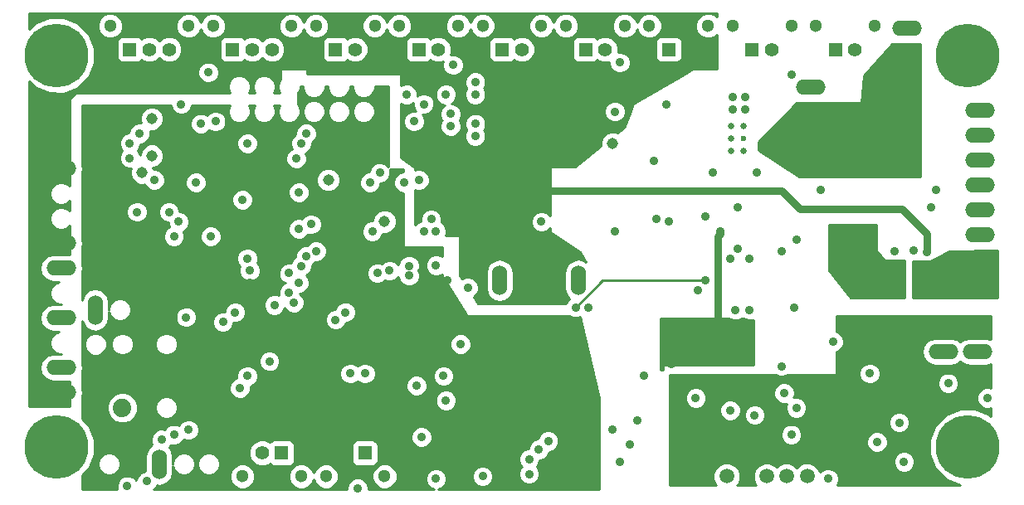
<source format=gbr>
G04 (created by PCBNEW (2013-07-07 BZR 4022)-stable) date 1/10/2014 11:24:51 AM*
%MOIN*%
G04 Gerber Fmt 3.4, Leading zero omitted, Abs format*
%FSLAX34Y34*%
G01*
G70*
G90*
G04 APERTURE LIST*
%ADD10C,0.00590551*%
%ADD11O,0.12X0.06*%
%ADD12R,0.0551181X0.0551181*%
%ADD13C,0.0511811*%
%ADD14C,0.0551181*%
%ADD15O,0.06X0.12*%
%ADD16C,0.0590551*%
%ADD17C,0.255906*%
%ADD18C,0.023622*%
%ADD19C,0.0255906*%
%ADD20C,0.074*%
%ADD21C,0.045*%
%ADD22C,0.035*%
%ADD23C,0.0295276*%
%ADD24C,0.019685*%
%ADD25C,0.01*%
G04 APERTURE END LIST*
G54D10*
G54D11*
X39566Y-12114D03*
X39566Y-11114D03*
G54D12*
X12204Y-9606D03*
G54D13*
X11417Y-8661D03*
G54D14*
X12992Y-9606D03*
X13779Y-9606D03*
G54D13*
X14566Y-8661D03*
G54D12*
X16338Y-9606D03*
G54D13*
X15551Y-8661D03*
G54D14*
X17125Y-9606D03*
X17913Y-9606D03*
G54D13*
X18700Y-8661D03*
X26377Y-8661D03*
G54D12*
X27165Y-9606D03*
G54D14*
X27952Y-9606D03*
G54D13*
X28740Y-8661D03*
X29724Y-8661D03*
G54D12*
X30511Y-9606D03*
G54D14*
X31299Y-9606D03*
G54D13*
X32086Y-8661D03*
X19685Y-8661D03*
G54D12*
X20472Y-9606D03*
G54D14*
X21259Y-9606D03*
G54D13*
X22047Y-8661D03*
X23031Y-8661D03*
G54D12*
X23818Y-9606D03*
G54D14*
X24606Y-9606D03*
G54D13*
X25393Y-8661D03*
X33070Y-8661D03*
G54D12*
X33858Y-9606D03*
G54D14*
X34645Y-9606D03*
G54D13*
X35433Y-8661D03*
X19094Y-26771D03*
G54D12*
X18307Y-25826D03*
G54D14*
X17519Y-25826D03*
G54D13*
X16732Y-26771D03*
X22440Y-26771D03*
G54D12*
X21653Y-25826D03*
G54D14*
X20866Y-25826D03*
G54D13*
X20078Y-26771D03*
G54D15*
X12385Y-26279D03*
X13385Y-26279D03*
G54D11*
X44881Y-21759D03*
X44881Y-20759D03*
X43425Y-8751D03*
X43425Y-9751D03*
G54D15*
X28059Y-18897D03*
X27059Y-18897D03*
X29224Y-18897D03*
X30224Y-18897D03*
G54D11*
X9448Y-23397D03*
X9448Y-22397D03*
X9448Y-20397D03*
X9448Y-18397D03*
X9448Y-17397D03*
X9448Y-14397D03*
G54D15*
X10818Y-20078D03*
G54D16*
X37007Y-26771D03*
X37795Y-26771D03*
X38582Y-26771D03*
X36181Y-26771D03*
X39409Y-26771D03*
G54D13*
X36417Y-8661D03*
G54D12*
X37204Y-9606D03*
G54D14*
X37992Y-9606D03*
G54D13*
X38779Y-8661D03*
X39763Y-8661D03*
G54D12*
X40551Y-9606D03*
G54D14*
X41338Y-9606D03*
G54D13*
X42125Y-8661D03*
G54D17*
X45866Y-9842D03*
X45866Y-25590D03*
X9251Y-9842D03*
X9251Y-25590D03*
G54D18*
X36870Y-13188D03*
G54D19*
X36358Y-13188D03*
X36870Y-13700D03*
X36358Y-13700D03*
X36358Y-12677D03*
X36870Y-12677D03*
G54D11*
X46358Y-12051D03*
X46358Y-13051D03*
X46358Y-14051D03*
X46358Y-15051D03*
X46358Y-16051D03*
X46358Y-17051D03*
X46358Y-18051D03*
X46358Y-19051D03*
X46259Y-21759D03*
X46259Y-20759D03*
G54D20*
X11905Y-24015D03*
G54D21*
X13090Y-12401D03*
X13090Y-13877D03*
X12696Y-14566D03*
X22440Y-16535D03*
X20177Y-14862D03*
X31594Y-13385D03*
G54D22*
X26771Y-14468D03*
X44212Y-17755D03*
X29527Y-11889D03*
X30072Y-12007D03*
X45078Y-23031D03*
X28641Y-13385D03*
X26082Y-14173D03*
X29921Y-14074D03*
X28740Y-13976D03*
X24409Y-12795D03*
X23326Y-13877D03*
X24311Y-13877D03*
X26771Y-16633D03*
X26771Y-17125D03*
X35925Y-16929D03*
X33956Y-22244D03*
X34448Y-20866D03*
X36023Y-20866D03*
X25787Y-19192D03*
X18996Y-18996D03*
X18602Y-19389D03*
X44586Y-15255D03*
X23720Y-23129D03*
X16633Y-23228D03*
X17814Y-22145D03*
X24803Y-22736D03*
X14566Y-24901D03*
X13484Y-25295D03*
X28248Y-26673D03*
X12598Y-12992D03*
X19291Y-12992D03*
X12204Y-13385D03*
X19094Y-13385D03*
X20472Y-20472D03*
X42913Y-17716D03*
X24901Y-11417D03*
X23326Y-11417D03*
X26082Y-10925D03*
X23622Y-12500D03*
X25098Y-12696D03*
X26082Y-12598D03*
X24015Y-11811D03*
X35334Y-16338D03*
X19488Y-16633D03*
X33366Y-16437D03*
X18996Y-16830D03*
X23818Y-14862D03*
X23228Y-14960D03*
X15649Y-12500D03*
X16929Y-18011D03*
X15452Y-17125D03*
X15059Y-12598D03*
X14271Y-11811D03*
X18996Y-15354D03*
X36614Y-17618D03*
X19685Y-17716D03*
X13779Y-16141D03*
X20866Y-20177D03*
X37106Y-20078D03*
X26377Y-26771D03*
X12893Y-26968D03*
X18011Y-19881D03*
X43700Y-17677D03*
X14173Y-16535D03*
X19291Y-17913D03*
X13976Y-17125D03*
X19094Y-18307D03*
X21948Y-16929D03*
X12500Y-16141D03*
X12106Y-27165D03*
X24507Y-26870D03*
X22244Y-14566D03*
X21850Y-14960D03*
X13976Y-25098D03*
X28641Y-25688D03*
X30610Y-19980D03*
X35039Y-19291D03*
X35334Y-18897D03*
X30118Y-19980D03*
X31889Y-26181D03*
X21358Y-27263D03*
X35039Y-26673D03*
X36220Y-22933D03*
X41830Y-21161D03*
X16437Y-20177D03*
X43110Y-24606D03*
X43307Y-26181D03*
X15944Y-20570D03*
X46653Y-23622D03*
X41633Y-12696D03*
X42322Y-12696D03*
X39566Y-13385D03*
X39566Y-12874D03*
X42820Y-10430D03*
X42690Y-12110D03*
X40452Y-21358D03*
X25492Y-21456D03*
X42322Y-13287D03*
X41633Y-13287D03*
X40944Y-13287D03*
X40944Y-12696D03*
X42322Y-13877D03*
X41633Y-13897D03*
X40944Y-13877D03*
X38779Y-10629D03*
X16732Y-15649D03*
X31594Y-24901D03*
X35629Y-14566D03*
X37401Y-14566D03*
X40551Y-17322D03*
X41102Y-16811D03*
X40551Y-16811D03*
X42913Y-18307D03*
X42440Y-18582D03*
X44803Y-18622D03*
X43818Y-18543D03*
X38976Y-17244D03*
X36318Y-18011D03*
X22637Y-18503D03*
X44389Y-15944D03*
X18799Y-19783D03*
X12204Y-14862D03*
X11909Y-15354D03*
X11889Y-12440D03*
X29625Y-23720D03*
X23326Y-21555D03*
X11023Y-18996D03*
X14468Y-19488D03*
X42224Y-25393D03*
X22244Y-19685D03*
X23425Y-19685D03*
X18405Y-16929D03*
X19685Y-21653D03*
X17027Y-18996D03*
X16240Y-22834D03*
X17618Y-13976D03*
X20570Y-14370D03*
X23326Y-21948D03*
X24960Y-18878D03*
X29015Y-25354D03*
X37106Y-18011D03*
X36515Y-20078D03*
X31692Y-12106D03*
X32578Y-24507D03*
X32874Y-22736D03*
X34940Y-23622D03*
X33858Y-16535D03*
X38385Y-22342D03*
X26082Y-13090D03*
X25098Y-12204D03*
X25196Y-10236D03*
X26082Y-11417D03*
X31889Y-10137D03*
X23425Y-18307D03*
X21062Y-22637D03*
X16929Y-22736D03*
X21653Y-22637D03*
X14468Y-20374D03*
X16929Y-13385D03*
X38779Y-25098D03*
X37303Y-24311D03*
X36318Y-24114D03*
X38484Y-23425D03*
X40255Y-26870D03*
X12204Y-13976D03*
X13188Y-14862D03*
X14862Y-14960D03*
X18602Y-18602D03*
X17027Y-18503D03*
X22145Y-18602D03*
X33759Y-11811D03*
X33267Y-14074D03*
X36909Y-11515D03*
X36417Y-12007D03*
X36417Y-11515D03*
X36909Y-12007D03*
X18897Y-13995D03*
X23425Y-18700D03*
X38877Y-19980D03*
X38385Y-17716D03*
X36614Y-15944D03*
X39960Y-15255D03*
X24015Y-16929D03*
X24507Y-16929D03*
X24311Y-16437D03*
X15354Y-10531D03*
X23917Y-25196D03*
X24901Y-23720D03*
X28248Y-26082D03*
X32283Y-25492D03*
X24507Y-18288D03*
X31692Y-16929D03*
X28740Y-16535D03*
X38976Y-24015D03*
X41929Y-22637D03*
X41338Y-9606D03*
G54D23*
X44212Y-17755D02*
X44212Y-17007D01*
X27578Y-15275D02*
X26771Y-14468D01*
X38385Y-15275D02*
X27578Y-15275D01*
X39133Y-16023D02*
X38385Y-15275D01*
X43228Y-16023D02*
X39133Y-16023D01*
X44212Y-17007D02*
X43228Y-16023D01*
G54D24*
X29224Y-18413D02*
X29224Y-18897D01*
X29822Y-17814D02*
X29224Y-18413D01*
G54D23*
X35925Y-16929D02*
X35925Y-17027D01*
X35826Y-17125D02*
X35826Y-20866D01*
X35925Y-17027D02*
X35826Y-17125D01*
G54D25*
X30118Y-19980D02*
X31200Y-18897D01*
X31200Y-18897D02*
X35334Y-18897D01*
G54D10*
G36*
X46800Y-24361D02*
X46733Y-24294D01*
X46171Y-24061D01*
X45563Y-24060D01*
X45503Y-24085D01*
X45503Y-22947D01*
X45439Y-22791D01*
X45319Y-22671D01*
X45163Y-22606D01*
X44994Y-22606D01*
X44838Y-22670D01*
X44718Y-22790D01*
X44653Y-22946D01*
X44653Y-23115D01*
X44718Y-23271D01*
X44837Y-23391D01*
X44993Y-23456D01*
X45162Y-23456D01*
X45319Y-23392D01*
X45438Y-23272D01*
X45503Y-23116D01*
X45503Y-22947D01*
X45503Y-24085D01*
X45000Y-24293D01*
X44570Y-24723D01*
X44336Y-25284D01*
X44336Y-25893D01*
X44568Y-26455D01*
X44998Y-26886D01*
X45549Y-27115D01*
X43732Y-27115D01*
X43732Y-26096D01*
X43667Y-25940D01*
X43548Y-25821D01*
X43535Y-25815D01*
X43535Y-24522D01*
X43470Y-24365D01*
X43351Y-24246D01*
X43195Y-24181D01*
X43026Y-24181D01*
X42869Y-24245D01*
X42750Y-24365D01*
X42685Y-24521D01*
X42685Y-24690D01*
X42749Y-24846D01*
X42869Y-24966D01*
X43025Y-25031D01*
X43194Y-25031D01*
X43350Y-24966D01*
X43470Y-24847D01*
X43535Y-24691D01*
X43535Y-24522D01*
X43535Y-25815D01*
X43391Y-25756D01*
X43222Y-25756D01*
X43066Y-25820D01*
X42946Y-25940D01*
X42882Y-26096D01*
X42882Y-26265D01*
X42946Y-26421D01*
X43066Y-26541D01*
X43222Y-26606D01*
X43391Y-26606D01*
X43547Y-26541D01*
X43667Y-26422D01*
X43732Y-26266D01*
X43732Y-26096D01*
X43732Y-27115D01*
X42649Y-27115D01*
X42649Y-25309D01*
X42584Y-25153D01*
X42465Y-25033D01*
X42354Y-24987D01*
X42354Y-22553D01*
X42289Y-22397D01*
X42170Y-22277D01*
X42014Y-22212D01*
X41844Y-22212D01*
X41688Y-22277D01*
X41569Y-22396D01*
X41504Y-22552D01*
X41504Y-22721D01*
X41568Y-22878D01*
X41688Y-22997D01*
X41844Y-23062D01*
X42013Y-23062D01*
X42169Y-22998D01*
X42289Y-22878D01*
X42354Y-22722D01*
X42354Y-22553D01*
X42354Y-24987D01*
X42309Y-24968D01*
X42140Y-24968D01*
X41983Y-25033D01*
X41864Y-25152D01*
X41799Y-25308D01*
X41799Y-25477D01*
X41863Y-25634D01*
X41983Y-25753D01*
X42139Y-25818D01*
X42308Y-25818D01*
X42464Y-25754D01*
X42584Y-25634D01*
X42649Y-25478D01*
X42649Y-25309D01*
X42649Y-27115D01*
X40611Y-27115D01*
X40615Y-27111D01*
X40680Y-26954D01*
X40680Y-26785D01*
X40616Y-26629D01*
X40496Y-26509D01*
X40340Y-26445D01*
X40171Y-26445D01*
X40015Y-26509D01*
X39927Y-26597D01*
X39871Y-26463D01*
X39718Y-26309D01*
X39518Y-26226D01*
X39401Y-26226D01*
X39401Y-23931D01*
X39336Y-23775D01*
X39217Y-23655D01*
X39061Y-23590D01*
X38892Y-23590D01*
X38872Y-23598D01*
X38909Y-23510D01*
X38909Y-23341D01*
X38844Y-23184D01*
X38725Y-23065D01*
X38569Y-23000D01*
X38400Y-23000D01*
X38243Y-23064D01*
X38124Y-23184D01*
X38059Y-23340D01*
X38059Y-23509D01*
X38123Y-23665D01*
X38243Y-23785D01*
X38399Y-23850D01*
X38568Y-23850D01*
X38588Y-23842D01*
X38551Y-23930D01*
X38551Y-24099D01*
X38615Y-24256D01*
X38735Y-24375D01*
X38891Y-24440D01*
X39060Y-24440D01*
X39216Y-24376D01*
X39336Y-24256D01*
X39401Y-24100D01*
X39401Y-23931D01*
X39401Y-26226D01*
X39301Y-26226D01*
X39204Y-26266D01*
X39204Y-25014D01*
X39140Y-24857D01*
X39020Y-24738D01*
X38864Y-24673D01*
X38695Y-24673D01*
X38539Y-24737D01*
X38419Y-24857D01*
X38354Y-25013D01*
X38354Y-25182D01*
X38419Y-25338D01*
X38538Y-25458D01*
X38694Y-25523D01*
X38863Y-25523D01*
X39019Y-25458D01*
X39139Y-25339D01*
X39204Y-25183D01*
X39204Y-25014D01*
X39204Y-26266D01*
X39100Y-26309D01*
X38996Y-26413D01*
X38891Y-26309D01*
X38691Y-26226D01*
X38474Y-26226D01*
X38274Y-26309D01*
X38188Y-26394D01*
X38104Y-26309D01*
X37904Y-26226D01*
X37728Y-26226D01*
X37728Y-24226D01*
X37663Y-24070D01*
X37544Y-23950D01*
X37388Y-23886D01*
X37218Y-23885D01*
X37062Y-23950D01*
X36943Y-24069D01*
X36878Y-24226D01*
X36878Y-24395D01*
X36942Y-24551D01*
X37062Y-24671D01*
X37218Y-24735D01*
X37387Y-24736D01*
X37543Y-24671D01*
X37663Y-24552D01*
X37728Y-24395D01*
X37728Y-24226D01*
X37728Y-26226D01*
X37687Y-26226D01*
X37486Y-26309D01*
X37333Y-26462D01*
X37250Y-26662D01*
X37249Y-26879D01*
X37332Y-27080D01*
X37367Y-27115D01*
X36743Y-27115D01*
X36743Y-24030D01*
X36679Y-23873D01*
X36559Y-23754D01*
X36403Y-23689D01*
X36234Y-23689D01*
X36078Y-23753D01*
X35958Y-23873D01*
X35893Y-24029D01*
X35893Y-24198D01*
X35958Y-24354D01*
X36077Y-24474D01*
X36233Y-24539D01*
X36403Y-24539D01*
X36559Y-24474D01*
X36678Y-24355D01*
X36743Y-24199D01*
X36743Y-24030D01*
X36743Y-27115D01*
X36608Y-27115D01*
X36643Y-27080D01*
X36726Y-26880D01*
X36726Y-26663D01*
X36643Y-26463D01*
X36490Y-26309D01*
X36290Y-26226D01*
X36073Y-26226D01*
X35872Y-26309D01*
X35719Y-26462D01*
X35635Y-26662D01*
X35635Y-26879D01*
X35718Y-27080D01*
X35753Y-27115D01*
X35366Y-27115D01*
X35366Y-23537D01*
X35301Y-23381D01*
X35182Y-23261D01*
X35025Y-23197D01*
X34856Y-23196D01*
X34700Y-23261D01*
X34580Y-23380D01*
X34516Y-23537D01*
X34515Y-23706D01*
X34580Y-23862D01*
X34699Y-23982D01*
X34856Y-24046D01*
X35025Y-24047D01*
X35181Y-23982D01*
X35301Y-23863D01*
X35365Y-23706D01*
X35366Y-23537D01*
X35366Y-27115D01*
X33908Y-27115D01*
X33908Y-22687D01*
X38129Y-22687D01*
X38144Y-22702D01*
X38300Y-22767D01*
X38469Y-22767D01*
X38626Y-22703D01*
X38641Y-22687D01*
X40601Y-22687D01*
X40601Y-21756D01*
X40693Y-21718D01*
X40812Y-21599D01*
X40877Y-21443D01*
X40877Y-21274D01*
X40813Y-21117D01*
X40693Y-20998D01*
X40601Y-20959D01*
X40601Y-20325D01*
X46800Y-20325D01*
X46800Y-21260D01*
X46786Y-21251D01*
X46576Y-21209D01*
X45943Y-21209D01*
X45732Y-21251D01*
X45570Y-21359D01*
X45409Y-21251D01*
X45198Y-21209D01*
X44565Y-21209D01*
X44354Y-21251D01*
X44176Y-21370D01*
X44057Y-21549D01*
X44015Y-21759D01*
X44057Y-21970D01*
X44176Y-22148D01*
X44354Y-22267D01*
X44565Y-22309D01*
X45198Y-22309D01*
X45409Y-22267D01*
X45570Y-22159D01*
X45732Y-22267D01*
X45943Y-22309D01*
X46576Y-22309D01*
X46786Y-22267D01*
X46800Y-22259D01*
X46800Y-23222D01*
X46738Y-23197D01*
X46569Y-23196D01*
X46413Y-23261D01*
X46293Y-23380D01*
X46228Y-23537D01*
X46228Y-23706D01*
X46293Y-23862D01*
X46412Y-23982D01*
X46568Y-24046D01*
X46737Y-24047D01*
X46800Y-24021D01*
X46800Y-24361D01*
X46800Y-24361D01*
G37*
G54D25*
X46800Y-24361D02*
X46733Y-24294D01*
X46171Y-24061D01*
X45563Y-24060D01*
X45503Y-24085D01*
X45503Y-22947D01*
X45439Y-22791D01*
X45319Y-22671D01*
X45163Y-22606D01*
X44994Y-22606D01*
X44838Y-22670D01*
X44718Y-22790D01*
X44653Y-22946D01*
X44653Y-23115D01*
X44718Y-23271D01*
X44837Y-23391D01*
X44993Y-23456D01*
X45162Y-23456D01*
X45319Y-23392D01*
X45438Y-23272D01*
X45503Y-23116D01*
X45503Y-22947D01*
X45503Y-24085D01*
X45000Y-24293D01*
X44570Y-24723D01*
X44336Y-25284D01*
X44336Y-25893D01*
X44568Y-26455D01*
X44998Y-26886D01*
X45549Y-27115D01*
X43732Y-27115D01*
X43732Y-26096D01*
X43667Y-25940D01*
X43548Y-25821D01*
X43535Y-25815D01*
X43535Y-24522D01*
X43470Y-24365D01*
X43351Y-24246D01*
X43195Y-24181D01*
X43026Y-24181D01*
X42869Y-24245D01*
X42750Y-24365D01*
X42685Y-24521D01*
X42685Y-24690D01*
X42749Y-24846D01*
X42869Y-24966D01*
X43025Y-25031D01*
X43194Y-25031D01*
X43350Y-24966D01*
X43470Y-24847D01*
X43535Y-24691D01*
X43535Y-24522D01*
X43535Y-25815D01*
X43391Y-25756D01*
X43222Y-25756D01*
X43066Y-25820D01*
X42946Y-25940D01*
X42882Y-26096D01*
X42882Y-26265D01*
X42946Y-26421D01*
X43066Y-26541D01*
X43222Y-26606D01*
X43391Y-26606D01*
X43547Y-26541D01*
X43667Y-26422D01*
X43732Y-26266D01*
X43732Y-26096D01*
X43732Y-27115D01*
X42649Y-27115D01*
X42649Y-25309D01*
X42584Y-25153D01*
X42465Y-25033D01*
X42354Y-24987D01*
X42354Y-22553D01*
X42289Y-22397D01*
X42170Y-22277D01*
X42014Y-22212D01*
X41844Y-22212D01*
X41688Y-22277D01*
X41569Y-22396D01*
X41504Y-22552D01*
X41504Y-22721D01*
X41568Y-22878D01*
X41688Y-22997D01*
X41844Y-23062D01*
X42013Y-23062D01*
X42169Y-22998D01*
X42289Y-22878D01*
X42354Y-22722D01*
X42354Y-22553D01*
X42354Y-24987D01*
X42309Y-24968D01*
X42140Y-24968D01*
X41983Y-25033D01*
X41864Y-25152D01*
X41799Y-25308D01*
X41799Y-25477D01*
X41863Y-25634D01*
X41983Y-25753D01*
X42139Y-25818D01*
X42308Y-25818D01*
X42464Y-25754D01*
X42584Y-25634D01*
X42649Y-25478D01*
X42649Y-25309D01*
X42649Y-27115D01*
X40611Y-27115D01*
X40615Y-27111D01*
X40680Y-26954D01*
X40680Y-26785D01*
X40616Y-26629D01*
X40496Y-26509D01*
X40340Y-26445D01*
X40171Y-26445D01*
X40015Y-26509D01*
X39927Y-26597D01*
X39871Y-26463D01*
X39718Y-26309D01*
X39518Y-26226D01*
X39401Y-26226D01*
X39401Y-23931D01*
X39336Y-23775D01*
X39217Y-23655D01*
X39061Y-23590D01*
X38892Y-23590D01*
X38872Y-23598D01*
X38909Y-23510D01*
X38909Y-23341D01*
X38844Y-23184D01*
X38725Y-23065D01*
X38569Y-23000D01*
X38400Y-23000D01*
X38243Y-23064D01*
X38124Y-23184D01*
X38059Y-23340D01*
X38059Y-23509D01*
X38123Y-23665D01*
X38243Y-23785D01*
X38399Y-23850D01*
X38568Y-23850D01*
X38588Y-23842D01*
X38551Y-23930D01*
X38551Y-24099D01*
X38615Y-24256D01*
X38735Y-24375D01*
X38891Y-24440D01*
X39060Y-24440D01*
X39216Y-24376D01*
X39336Y-24256D01*
X39401Y-24100D01*
X39401Y-23931D01*
X39401Y-26226D01*
X39301Y-26226D01*
X39204Y-26266D01*
X39204Y-25014D01*
X39140Y-24857D01*
X39020Y-24738D01*
X38864Y-24673D01*
X38695Y-24673D01*
X38539Y-24737D01*
X38419Y-24857D01*
X38354Y-25013D01*
X38354Y-25182D01*
X38419Y-25338D01*
X38538Y-25458D01*
X38694Y-25523D01*
X38863Y-25523D01*
X39019Y-25458D01*
X39139Y-25339D01*
X39204Y-25183D01*
X39204Y-25014D01*
X39204Y-26266D01*
X39100Y-26309D01*
X38996Y-26413D01*
X38891Y-26309D01*
X38691Y-26226D01*
X38474Y-26226D01*
X38274Y-26309D01*
X38188Y-26394D01*
X38104Y-26309D01*
X37904Y-26226D01*
X37728Y-26226D01*
X37728Y-24226D01*
X37663Y-24070D01*
X37544Y-23950D01*
X37388Y-23886D01*
X37218Y-23885D01*
X37062Y-23950D01*
X36943Y-24069D01*
X36878Y-24226D01*
X36878Y-24395D01*
X36942Y-24551D01*
X37062Y-24671D01*
X37218Y-24735D01*
X37387Y-24736D01*
X37543Y-24671D01*
X37663Y-24552D01*
X37728Y-24395D01*
X37728Y-24226D01*
X37728Y-26226D01*
X37687Y-26226D01*
X37486Y-26309D01*
X37333Y-26462D01*
X37250Y-26662D01*
X37249Y-26879D01*
X37332Y-27080D01*
X37367Y-27115D01*
X36743Y-27115D01*
X36743Y-24030D01*
X36679Y-23873D01*
X36559Y-23754D01*
X36403Y-23689D01*
X36234Y-23689D01*
X36078Y-23753D01*
X35958Y-23873D01*
X35893Y-24029D01*
X35893Y-24198D01*
X35958Y-24354D01*
X36077Y-24474D01*
X36233Y-24539D01*
X36403Y-24539D01*
X36559Y-24474D01*
X36678Y-24355D01*
X36743Y-24199D01*
X36743Y-24030D01*
X36743Y-27115D01*
X36608Y-27115D01*
X36643Y-27080D01*
X36726Y-26880D01*
X36726Y-26663D01*
X36643Y-26463D01*
X36490Y-26309D01*
X36290Y-26226D01*
X36073Y-26226D01*
X35872Y-26309D01*
X35719Y-26462D01*
X35635Y-26662D01*
X35635Y-26879D01*
X35718Y-27080D01*
X35753Y-27115D01*
X35366Y-27115D01*
X35366Y-23537D01*
X35301Y-23381D01*
X35182Y-23261D01*
X35025Y-23197D01*
X34856Y-23196D01*
X34700Y-23261D01*
X34580Y-23380D01*
X34516Y-23537D01*
X34515Y-23706D01*
X34580Y-23862D01*
X34699Y-23982D01*
X34856Y-24046D01*
X35025Y-24047D01*
X35181Y-23982D01*
X35301Y-23863D01*
X35365Y-23706D01*
X35366Y-23537D01*
X35366Y-27115D01*
X33908Y-27115D01*
X33908Y-22687D01*
X38129Y-22687D01*
X38144Y-22702D01*
X38300Y-22767D01*
X38469Y-22767D01*
X38626Y-22703D01*
X38641Y-22687D01*
X40601Y-22687D01*
X40601Y-21756D01*
X40693Y-21718D01*
X40812Y-21599D01*
X40877Y-21443D01*
X40877Y-21274D01*
X40813Y-21117D01*
X40693Y-20998D01*
X40601Y-20959D01*
X40601Y-20325D01*
X46800Y-20325D01*
X46800Y-21260D01*
X46786Y-21251D01*
X46576Y-21209D01*
X45943Y-21209D01*
X45732Y-21251D01*
X45570Y-21359D01*
X45409Y-21251D01*
X45198Y-21209D01*
X44565Y-21209D01*
X44354Y-21251D01*
X44176Y-21370D01*
X44057Y-21549D01*
X44015Y-21759D01*
X44057Y-21970D01*
X44176Y-22148D01*
X44354Y-22267D01*
X44565Y-22309D01*
X45198Y-22309D01*
X45409Y-22267D01*
X45570Y-22159D01*
X45732Y-22267D01*
X45943Y-22309D01*
X46576Y-22309D01*
X46786Y-22267D01*
X46800Y-22259D01*
X46800Y-23222D01*
X46738Y-23197D01*
X46569Y-23196D01*
X46413Y-23261D01*
X46293Y-23380D01*
X46228Y-23537D01*
X46228Y-23706D01*
X46293Y-23862D01*
X46412Y-23982D01*
X46568Y-24046D01*
X46737Y-24047D01*
X46800Y-24021D01*
X46800Y-24361D01*
G54D10*
G36*
X35776Y-10383D02*
X34829Y-10383D01*
X34383Y-10642D01*
X34383Y-9832D01*
X34383Y-9281D01*
X34345Y-9189D01*
X34275Y-9118D01*
X34183Y-9080D01*
X34084Y-9080D01*
X33576Y-9080D01*
X33576Y-8561D01*
X33500Y-8375D01*
X33357Y-8232D01*
X33171Y-8155D01*
X32970Y-8155D01*
X32784Y-8232D01*
X32642Y-8374D01*
X32578Y-8527D01*
X32515Y-8375D01*
X32373Y-8232D01*
X32187Y-8155D01*
X31986Y-8155D01*
X31800Y-8232D01*
X31657Y-8374D01*
X31580Y-8560D01*
X31580Y-8761D01*
X31657Y-8947D01*
X31799Y-9090D01*
X31985Y-9167D01*
X32186Y-9167D01*
X32372Y-9090D01*
X32515Y-8948D01*
X32578Y-8795D01*
X32641Y-8947D01*
X32783Y-9090D01*
X32969Y-9167D01*
X33171Y-9167D01*
X33357Y-9090D01*
X33499Y-8948D01*
X33576Y-8762D01*
X33576Y-8561D01*
X33576Y-9080D01*
X33533Y-9080D01*
X33441Y-9118D01*
X33370Y-9188D01*
X33332Y-9280D01*
X33332Y-9380D01*
X33332Y-9931D01*
X33370Y-10023D01*
X33440Y-10093D01*
X33532Y-10131D01*
X33632Y-10131D01*
X34183Y-10131D01*
X34275Y-10093D01*
X34345Y-10023D01*
X34383Y-9931D01*
X34383Y-9832D01*
X34383Y-10642D01*
X32440Y-11776D01*
X32314Y-12090D01*
X32314Y-10053D01*
X32250Y-9897D01*
X32130Y-9777D01*
X31974Y-9712D01*
X31824Y-9712D01*
X31824Y-9711D01*
X31824Y-9502D01*
X31745Y-9308D01*
X31597Y-9160D01*
X31404Y-9080D01*
X31195Y-9080D01*
X31001Y-9160D01*
X30986Y-9176D01*
X30929Y-9118D01*
X30837Y-9080D01*
X30737Y-9080D01*
X30230Y-9080D01*
X30230Y-8561D01*
X30153Y-8375D01*
X30011Y-8232D01*
X29825Y-8155D01*
X29624Y-8155D01*
X29438Y-8232D01*
X29295Y-8374D01*
X29232Y-8527D01*
X29169Y-8375D01*
X29027Y-8232D01*
X28841Y-8155D01*
X28639Y-8155D01*
X28453Y-8232D01*
X28311Y-8374D01*
X28234Y-8560D01*
X28234Y-8761D01*
X28311Y-8947D01*
X28453Y-9090D01*
X28639Y-9167D01*
X28840Y-9167D01*
X29026Y-9090D01*
X29168Y-8948D01*
X29232Y-8795D01*
X29295Y-8947D01*
X29437Y-9090D01*
X29623Y-9167D01*
X29824Y-9167D01*
X30010Y-9090D01*
X30153Y-8948D01*
X30230Y-8762D01*
X30230Y-8561D01*
X30230Y-9080D01*
X30186Y-9080D01*
X30094Y-9118D01*
X30024Y-9188D01*
X29986Y-9280D01*
X29986Y-9380D01*
X29986Y-9931D01*
X30024Y-10023D01*
X30094Y-10093D01*
X30186Y-10131D01*
X30285Y-10131D01*
X30836Y-10131D01*
X30928Y-10093D01*
X30986Y-10036D01*
X31001Y-10051D01*
X31194Y-10131D01*
X31403Y-10131D01*
X31464Y-10106D01*
X31464Y-10221D01*
X31529Y-10378D01*
X31648Y-10497D01*
X31804Y-10562D01*
X31973Y-10562D01*
X32130Y-10498D01*
X32249Y-10378D01*
X32314Y-10222D01*
X32314Y-10053D01*
X32314Y-12090D01*
X32117Y-12582D01*
X32117Y-12022D01*
X32053Y-11865D01*
X31933Y-11746D01*
X31777Y-11681D01*
X31608Y-11681D01*
X31452Y-11745D01*
X31332Y-11865D01*
X31267Y-12021D01*
X31267Y-12190D01*
X31332Y-12346D01*
X31451Y-12466D01*
X31608Y-12531D01*
X31777Y-12531D01*
X31933Y-12466D01*
X32053Y-12347D01*
X32117Y-12191D01*
X32117Y-12022D01*
X32117Y-12582D01*
X32045Y-12764D01*
X31803Y-12958D01*
X31689Y-12910D01*
X31500Y-12910D01*
X31325Y-12982D01*
X31192Y-13116D01*
X31119Y-13290D01*
X31119Y-13479D01*
X31127Y-13498D01*
X30100Y-14320D01*
X29083Y-14320D01*
X29083Y-16278D01*
X28981Y-16175D01*
X28825Y-16110D01*
X28655Y-16110D01*
X28499Y-16174D01*
X28478Y-16196D01*
X28478Y-9502D01*
X28398Y-9308D01*
X28250Y-9160D01*
X28057Y-9080D01*
X27848Y-9080D01*
X27655Y-9160D01*
X27639Y-9176D01*
X27582Y-9118D01*
X27490Y-9080D01*
X27391Y-9080D01*
X26883Y-9080D01*
X26883Y-8561D01*
X26807Y-8375D01*
X26664Y-8232D01*
X26479Y-8155D01*
X26277Y-8155D01*
X26091Y-8232D01*
X25949Y-8374D01*
X25885Y-8527D01*
X25822Y-8375D01*
X25680Y-8232D01*
X25494Y-8155D01*
X25293Y-8155D01*
X25107Y-8232D01*
X24965Y-8374D01*
X24887Y-8560D01*
X24887Y-8761D01*
X24964Y-8947D01*
X25106Y-9090D01*
X25292Y-9167D01*
X25493Y-9167D01*
X25679Y-9090D01*
X25822Y-8948D01*
X25885Y-8795D01*
X25948Y-8947D01*
X26091Y-9090D01*
X26276Y-9167D01*
X26478Y-9167D01*
X26664Y-9090D01*
X26806Y-8948D01*
X26883Y-8762D01*
X26883Y-8561D01*
X26883Y-9080D01*
X26840Y-9080D01*
X26748Y-9118D01*
X26677Y-9188D01*
X26639Y-9280D01*
X26639Y-9380D01*
X26639Y-9931D01*
X26677Y-10023D01*
X26747Y-10093D01*
X26839Y-10131D01*
X26939Y-10131D01*
X27490Y-10131D01*
X27582Y-10093D01*
X27639Y-10036D01*
X27654Y-10051D01*
X27847Y-10131D01*
X28056Y-10131D01*
X28250Y-10052D01*
X28398Y-9904D01*
X28478Y-9711D01*
X28478Y-9502D01*
X28478Y-16196D01*
X28380Y-16294D01*
X28315Y-16450D01*
X28315Y-16619D01*
X28379Y-16775D01*
X28499Y-16895D01*
X28655Y-16960D01*
X28824Y-16960D01*
X28980Y-16895D01*
X29083Y-16792D01*
X29083Y-16955D01*
X30278Y-17752D01*
X30538Y-18142D01*
X30434Y-18072D01*
X30224Y-18030D01*
X30013Y-18072D01*
X29835Y-18192D01*
X29716Y-18370D01*
X29674Y-18580D01*
X29674Y-19214D01*
X29716Y-19424D01*
X29835Y-19603D01*
X29870Y-19626D01*
X29758Y-19739D01*
X29719Y-19831D01*
X27609Y-19831D01*
X27609Y-19214D01*
X27609Y-18580D01*
X27567Y-18370D01*
X27447Y-18192D01*
X27269Y-18072D01*
X27059Y-18030D01*
X26848Y-18072D01*
X26670Y-18192D01*
X26550Y-18370D01*
X26509Y-18580D01*
X26509Y-19214D01*
X26550Y-19424D01*
X26670Y-19603D01*
X26848Y-19722D01*
X27059Y-19764D01*
X27269Y-19722D01*
X27447Y-19603D01*
X27567Y-19424D01*
X27609Y-19214D01*
X27609Y-19831D01*
X26507Y-19831D01*
X26507Y-13006D01*
X26443Y-12850D01*
X26437Y-12844D01*
X26442Y-12839D01*
X26507Y-12683D01*
X26507Y-12514D01*
X26507Y-11333D01*
X26443Y-11176D01*
X26437Y-11171D01*
X26442Y-11166D01*
X26507Y-11010D01*
X26507Y-10841D01*
X26443Y-10684D01*
X26323Y-10565D01*
X26167Y-10500D01*
X25998Y-10500D01*
X25842Y-10564D01*
X25722Y-10684D01*
X25657Y-10840D01*
X25657Y-11009D01*
X25722Y-11165D01*
X25727Y-11171D01*
X25722Y-11176D01*
X25657Y-11332D01*
X25657Y-11501D01*
X25722Y-11657D01*
X25841Y-11777D01*
X25997Y-11842D01*
X26166Y-11842D01*
X26323Y-11777D01*
X26442Y-11658D01*
X26507Y-11502D01*
X26507Y-11333D01*
X26507Y-12514D01*
X26443Y-12357D01*
X26323Y-12238D01*
X26167Y-12173D01*
X25998Y-12173D01*
X25842Y-12237D01*
X25722Y-12357D01*
X25657Y-12513D01*
X25657Y-12682D01*
X25722Y-12838D01*
X25727Y-12844D01*
X25722Y-12849D01*
X25657Y-13005D01*
X25657Y-13174D01*
X25722Y-13330D01*
X25841Y-13450D01*
X25997Y-13515D01*
X26166Y-13515D01*
X26323Y-13451D01*
X26442Y-13331D01*
X26507Y-13175D01*
X26507Y-13006D01*
X26507Y-19831D01*
X26207Y-19831D01*
X26023Y-19555D01*
X26027Y-19553D01*
X26147Y-19433D01*
X26212Y-19277D01*
X26212Y-19108D01*
X26147Y-18952D01*
X26028Y-18832D01*
X25872Y-18767D01*
X25703Y-18767D01*
X25621Y-18801D01*
X25621Y-10152D01*
X25557Y-9995D01*
X25437Y-9876D01*
X25281Y-9811D01*
X25112Y-9811D01*
X25085Y-9822D01*
X25131Y-9711D01*
X25131Y-9502D01*
X25052Y-9308D01*
X24904Y-9160D01*
X24711Y-9080D01*
X24502Y-9080D01*
X24308Y-9160D01*
X24293Y-9176D01*
X24236Y-9118D01*
X24144Y-9080D01*
X24044Y-9080D01*
X23537Y-9080D01*
X23537Y-8561D01*
X23460Y-8375D01*
X23318Y-8232D01*
X23132Y-8155D01*
X22931Y-8155D01*
X22745Y-8232D01*
X22602Y-8374D01*
X22539Y-8527D01*
X22476Y-8375D01*
X22334Y-8232D01*
X22148Y-8155D01*
X21947Y-8155D01*
X21761Y-8232D01*
X21618Y-8374D01*
X21541Y-8560D01*
X21541Y-8761D01*
X21618Y-8947D01*
X21760Y-9090D01*
X21946Y-9167D01*
X22147Y-9167D01*
X22333Y-9090D01*
X22475Y-8948D01*
X22539Y-8795D01*
X22602Y-8947D01*
X22744Y-9090D01*
X22930Y-9167D01*
X23131Y-9167D01*
X23317Y-9090D01*
X23460Y-8948D01*
X23537Y-8762D01*
X23537Y-8561D01*
X23537Y-9080D01*
X23493Y-9080D01*
X23401Y-9118D01*
X23331Y-9188D01*
X23293Y-9280D01*
X23293Y-9380D01*
X23293Y-9931D01*
X23331Y-10023D01*
X23401Y-10093D01*
X23493Y-10131D01*
X23592Y-10131D01*
X24143Y-10131D01*
X24235Y-10093D01*
X24293Y-10036D01*
X24308Y-10051D01*
X24501Y-10131D01*
X24710Y-10131D01*
X24794Y-10097D01*
X24771Y-10151D01*
X24771Y-10320D01*
X24836Y-10476D01*
X24955Y-10596D01*
X25111Y-10661D01*
X25281Y-10661D01*
X25437Y-10596D01*
X25556Y-10477D01*
X25621Y-10321D01*
X25621Y-10152D01*
X25621Y-18801D01*
X25546Y-18832D01*
X25543Y-18835D01*
X25523Y-18805D01*
X25523Y-12612D01*
X25458Y-12456D01*
X25453Y-12450D01*
X25458Y-12445D01*
X25523Y-12289D01*
X25523Y-12120D01*
X25458Y-11964D01*
X25339Y-11844D01*
X25183Y-11779D01*
X25137Y-11779D01*
X25142Y-11777D01*
X25261Y-11658D01*
X25326Y-11502D01*
X25326Y-11333D01*
X25262Y-11176D01*
X25142Y-11057D01*
X24986Y-10992D01*
X24817Y-10992D01*
X24661Y-11056D01*
X24541Y-11176D01*
X24476Y-11332D01*
X24476Y-11501D01*
X24541Y-11657D01*
X24660Y-11777D01*
X24816Y-11842D01*
X24862Y-11842D01*
X24857Y-11844D01*
X24738Y-11963D01*
X24673Y-12119D01*
X24673Y-12288D01*
X24737Y-12445D01*
X24743Y-12450D01*
X24738Y-12455D01*
X24673Y-12611D01*
X24673Y-12781D01*
X24737Y-12937D01*
X24857Y-13056D01*
X25013Y-13121D01*
X25182Y-13121D01*
X25338Y-13057D01*
X25458Y-12937D01*
X25523Y-12781D01*
X25523Y-12612D01*
X25523Y-18805D01*
X25443Y-18685D01*
X25443Y-17075D01*
X24907Y-17075D01*
X24932Y-17014D01*
X24932Y-16844D01*
X24868Y-16688D01*
X24748Y-16569D01*
X24721Y-16557D01*
X24735Y-16521D01*
X24736Y-16352D01*
X24671Y-16196D01*
X24552Y-16076D01*
X24395Y-16012D01*
X24226Y-16011D01*
X24070Y-16076D01*
X23950Y-16195D01*
X23886Y-16352D01*
X23885Y-16521D01*
X23886Y-16522D01*
X23775Y-16568D01*
X23672Y-16671D01*
X23672Y-15261D01*
X23733Y-15287D01*
X23903Y-15287D01*
X24059Y-15222D01*
X24178Y-15103D01*
X24243Y-14947D01*
X24243Y-14778D01*
X24179Y-14621D01*
X24059Y-14502D01*
X23903Y-14437D01*
X23734Y-14437D01*
X23672Y-14463D01*
X23672Y-14343D01*
X23081Y-13949D01*
X23081Y-11773D01*
X23085Y-11777D01*
X23241Y-11842D01*
X23410Y-11842D01*
X23567Y-11777D01*
X23590Y-11754D01*
X23590Y-11895D01*
X23655Y-12051D01*
X23678Y-12075D01*
X23537Y-12074D01*
X23381Y-12139D01*
X23261Y-12258D01*
X23197Y-12415D01*
X23196Y-12584D01*
X23261Y-12740D01*
X23380Y-12860D01*
X23537Y-12924D01*
X23706Y-12925D01*
X23862Y-12860D01*
X23982Y-12741D01*
X24046Y-12584D01*
X24047Y-12415D01*
X23982Y-12259D01*
X23958Y-12235D01*
X24099Y-12236D01*
X24256Y-12171D01*
X24375Y-12052D01*
X24440Y-11895D01*
X24440Y-11726D01*
X24376Y-11570D01*
X24256Y-11450D01*
X24100Y-11386D01*
X23931Y-11385D01*
X23775Y-11450D01*
X23751Y-11474D01*
X23751Y-11333D01*
X23687Y-11176D01*
X23567Y-11057D01*
X23411Y-10992D01*
X23242Y-10992D01*
X23086Y-11056D01*
X23081Y-11061D01*
X23081Y-10579D01*
X21785Y-10579D01*
X21785Y-9502D01*
X21705Y-9308D01*
X21557Y-9160D01*
X21364Y-9080D01*
X21155Y-9080D01*
X20962Y-9160D01*
X20946Y-9176D01*
X20889Y-9118D01*
X20797Y-9080D01*
X20698Y-9080D01*
X20191Y-9080D01*
X20191Y-8561D01*
X20114Y-8375D01*
X19971Y-8232D01*
X19786Y-8155D01*
X19584Y-8155D01*
X19398Y-8232D01*
X19256Y-8374D01*
X19192Y-8527D01*
X19129Y-8375D01*
X18987Y-8232D01*
X18801Y-8155D01*
X18600Y-8155D01*
X18414Y-8232D01*
X18272Y-8374D01*
X18194Y-8560D01*
X18194Y-8761D01*
X18271Y-8947D01*
X18413Y-9090D01*
X18599Y-9167D01*
X18800Y-9167D01*
X18986Y-9090D01*
X19129Y-8948D01*
X19192Y-8795D01*
X19255Y-8947D01*
X19398Y-9090D01*
X19583Y-9167D01*
X19785Y-9167D01*
X19971Y-9090D01*
X20113Y-8948D01*
X20190Y-8762D01*
X20191Y-8561D01*
X20191Y-9080D01*
X20147Y-9080D01*
X20055Y-9118D01*
X19985Y-9188D01*
X19946Y-9280D01*
X19946Y-9380D01*
X19946Y-9931D01*
X19984Y-10023D01*
X20055Y-10093D01*
X20146Y-10131D01*
X20246Y-10131D01*
X20797Y-10131D01*
X20889Y-10093D01*
X20946Y-10036D01*
X20961Y-10051D01*
X21154Y-10131D01*
X21363Y-10131D01*
X21557Y-10052D01*
X21705Y-9904D01*
X21785Y-9711D01*
X21785Y-9502D01*
X21785Y-10579D01*
X19341Y-10579D01*
X19341Y-10383D01*
X18439Y-10383D01*
X18439Y-9502D01*
X18359Y-9308D01*
X18211Y-9160D01*
X18018Y-9080D01*
X17809Y-9080D01*
X17616Y-9160D01*
X17519Y-9256D01*
X17424Y-9160D01*
X17230Y-9080D01*
X17021Y-9080D01*
X16828Y-9160D01*
X16813Y-9176D01*
X16755Y-9118D01*
X16664Y-9080D01*
X16564Y-9080D01*
X16057Y-9080D01*
X16057Y-8561D01*
X15980Y-8375D01*
X15838Y-8232D01*
X15652Y-8155D01*
X15450Y-8155D01*
X15264Y-8232D01*
X15122Y-8374D01*
X15058Y-8527D01*
X14996Y-8375D01*
X14853Y-8232D01*
X14668Y-8155D01*
X14466Y-8155D01*
X14280Y-8232D01*
X14138Y-8374D01*
X14061Y-8560D01*
X14060Y-8761D01*
X14137Y-8947D01*
X14279Y-9090D01*
X14465Y-9167D01*
X14667Y-9167D01*
X14853Y-9090D01*
X14995Y-8948D01*
X15059Y-8795D01*
X15122Y-8947D01*
X15264Y-9090D01*
X15450Y-9167D01*
X15651Y-9167D01*
X15837Y-9090D01*
X15979Y-8948D01*
X16056Y-8762D01*
X16057Y-8561D01*
X16057Y-9080D01*
X16013Y-9080D01*
X15921Y-9118D01*
X15851Y-9188D01*
X15813Y-9280D01*
X15812Y-9380D01*
X15812Y-9931D01*
X15850Y-10023D01*
X15921Y-10093D01*
X16013Y-10131D01*
X16112Y-10131D01*
X16663Y-10131D01*
X16755Y-10093D01*
X16812Y-10036D01*
X16827Y-10051D01*
X17020Y-10131D01*
X17230Y-10131D01*
X17423Y-10052D01*
X17519Y-9955D01*
X17615Y-10051D01*
X17808Y-10131D01*
X18017Y-10131D01*
X18210Y-10052D01*
X18358Y-9904D01*
X18438Y-9711D01*
X18439Y-9502D01*
X18439Y-10383D01*
X18257Y-10383D01*
X18257Y-10815D01*
X18213Y-10858D01*
X18144Y-11024D01*
X18144Y-11203D01*
X18212Y-11367D01*
X17976Y-11367D01*
X18044Y-11204D01*
X18044Y-11025D01*
X17976Y-10859D01*
X17849Y-10732D01*
X17684Y-10664D01*
X17505Y-10664D01*
X17339Y-10732D01*
X17213Y-10858D01*
X17144Y-11024D01*
X17144Y-11203D01*
X17212Y-11367D01*
X16976Y-11367D01*
X17044Y-11204D01*
X17044Y-11025D01*
X16976Y-10859D01*
X16849Y-10732D01*
X16684Y-10664D01*
X16505Y-10664D01*
X16339Y-10732D01*
X16213Y-10858D01*
X16144Y-11024D01*
X16144Y-11203D01*
X16212Y-11367D01*
X15779Y-11367D01*
X15779Y-10447D01*
X15714Y-10291D01*
X15595Y-10171D01*
X15439Y-10106D01*
X15270Y-10106D01*
X15113Y-10170D01*
X14994Y-10290D01*
X14929Y-10446D01*
X14929Y-10615D01*
X14993Y-10771D01*
X15113Y-10891D01*
X15269Y-10956D01*
X15438Y-10956D01*
X15594Y-10892D01*
X15714Y-10772D01*
X15779Y-10616D01*
X15779Y-10447D01*
X15779Y-11367D01*
X14305Y-11367D01*
X14305Y-9502D01*
X14225Y-9308D01*
X14077Y-9160D01*
X13884Y-9080D01*
X13675Y-9080D01*
X13482Y-9160D01*
X13385Y-9256D01*
X13290Y-9160D01*
X13097Y-9080D01*
X12888Y-9080D01*
X12694Y-9160D01*
X12679Y-9176D01*
X12622Y-9118D01*
X12530Y-9080D01*
X12430Y-9080D01*
X11923Y-9080D01*
X11923Y-8561D01*
X11846Y-8375D01*
X11704Y-8232D01*
X11518Y-8155D01*
X11317Y-8155D01*
X11131Y-8232D01*
X10988Y-8374D01*
X10911Y-8560D01*
X10911Y-8761D01*
X10988Y-8947D01*
X11130Y-9090D01*
X11316Y-9167D01*
X11517Y-9167D01*
X11703Y-9090D01*
X11845Y-8948D01*
X11923Y-8762D01*
X11923Y-8561D01*
X11923Y-9080D01*
X11879Y-9080D01*
X11787Y-9118D01*
X11717Y-9188D01*
X11679Y-9280D01*
X11679Y-9380D01*
X11679Y-9931D01*
X11717Y-10023D01*
X11787Y-10093D01*
X11879Y-10131D01*
X11978Y-10131D01*
X12529Y-10131D01*
X12621Y-10093D01*
X12679Y-10036D01*
X12694Y-10051D01*
X12887Y-10131D01*
X13096Y-10131D01*
X13289Y-10052D01*
X13385Y-9955D01*
X13481Y-10051D01*
X13674Y-10131D01*
X13883Y-10131D01*
X14076Y-10052D01*
X14224Y-9904D01*
X14305Y-9711D01*
X14305Y-9502D01*
X14305Y-11367D01*
X10018Y-11367D01*
X9792Y-11593D01*
X9792Y-15104D01*
X9704Y-15016D01*
X9538Y-14947D01*
X9359Y-14947D01*
X9194Y-15015D01*
X9067Y-15142D01*
X8998Y-15307D01*
X8998Y-15486D01*
X9067Y-15652D01*
X9193Y-15778D01*
X9358Y-15847D01*
X9537Y-15847D01*
X9703Y-15779D01*
X9792Y-15690D01*
X9792Y-16104D01*
X9704Y-16016D01*
X9538Y-15947D01*
X9359Y-15947D01*
X9194Y-16015D01*
X9067Y-16142D01*
X8998Y-16307D01*
X8998Y-16486D01*
X9067Y-16652D01*
X9193Y-16778D01*
X9358Y-16847D01*
X9537Y-16847D01*
X9703Y-16779D01*
X9792Y-16690D01*
X9792Y-17853D01*
X9765Y-17847D01*
X9132Y-17847D01*
X8921Y-17889D01*
X8743Y-18008D01*
X8624Y-18187D01*
X8582Y-18397D01*
X8624Y-18608D01*
X8743Y-18786D01*
X8921Y-18905D01*
X9132Y-18947D01*
X9359Y-18947D01*
X9194Y-19015D01*
X9067Y-19142D01*
X8998Y-19307D01*
X8998Y-19486D01*
X9067Y-19652D01*
X9193Y-19778D01*
X9358Y-19847D01*
X9449Y-19847D01*
X9132Y-19847D01*
X8921Y-19889D01*
X8743Y-20008D01*
X8624Y-20187D01*
X8582Y-20397D01*
X8624Y-20608D01*
X8743Y-20786D01*
X8921Y-20905D01*
X9132Y-20947D01*
X9359Y-20947D01*
X9194Y-21015D01*
X9067Y-21142D01*
X8998Y-21307D01*
X8998Y-21486D01*
X9067Y-21652D01*
X9193Y-21778D01*
X9358Y-21847D01*
X9449Y-21847D01*
X9132Y-21847D01*
X8921Y-21889D01*
X8743Y-22008D01*
X8624Y-22187D01*
X8582Y-22397D01*
X8624Y-22608D01*
X8743Y-22786D01*
X8921Y-22905D01*
X9132Y-22947D01*
X9765Y-22947D01*
X9792Y-22942D01*
X9792Y-23965D01*
X8143Y-23965D01*
X8143Y-10897D01*
X8384Y-11138D01*
X8946Y-11371D01*
X9554Y-11372D01*
X10117Y-11139D01*
X10547Y-10710D01*
X10781Y-10148D01*
X10781Y-9539D01*
X10549Y-8977D01*
X10119Y-8546D01*
X9557Y-8313D01*
X8949Y-8312D01*
X8386Y-8545D01*
X8143Y-8787D01*
X8143Y-8143D01*
X35776Y-8143D01*
X35776Y-8289D01*
X35720Y-8232D01*
X35534Y-8155D01*
X35332Y-8155D01*
X35146Y-8232D01*
X35004Y-8374D01*
X34927Y-8560D01*
X34927Y-8761D01*
X35003Y-8947D01*
X35146Y-9090D01*
X35331Y-9167D01*
X35533Y-9167D01*
X35719Y-9090D01*
X35776Y-9033D01*
X35776Y-10383D01*
X35776Y-10383D01*
G37*
G54D25*
X35776Y-10383D02*
X34829Y-10383D01*
X34383Y-10642D01*
X34383Y-9832D01*
X34383Y-9281D01*
X34345Y-9189D01*
X34275Y-9118D01*
X34183Y-9080D01*
X34084Y-9080D01*
X33576Y-9080D01*
X33576Y-8561D01*
X33500Y-8375D01*
X33357Y-8232D01*
X33171Y-8155D01*
X32970Y-8155D01*
X32784Y-8232D01*
X32642Y-8374D01*
X32578Y-8527D01*
X32515Y-8375D01*
X32373Y-8232D01*
X32187Y-8155D01*
X31986Y-8155D01*
X31800Y-8232D01*
X31657Y-8374D01*
X31580Y-8560D01*
X31580Y-8761D01*
X31657Y-8947D01*
X31799Y-9090D01*
X31985Y-9167D01*
X32186Y-9167D01*
X32372Y-9090D01*
X32515Y-8948D01*
X32578Y-8795D01*
X32641Y-8947D01*
X32783Y-9090D01*
X32969Y-9167D01*
X33171Y-9167D01*
X33357Y-9090D01*
X33499Y-8948D01*
X33576Y-8762D01*
X33576Y-8561D01*
X33576Y-9080D01*
X33533Y-9080D01*
X33441Y-9118D01*
X33370Y-9188D01*
X33332Y-9280D01*
X33332Y-9380D01*
X33332Y-9931D01*
X33370Y-10023D01*
X33440Y-10093D01*
X33532Y-10131D01*
X33632Y-10131D01*
X34183Y-10131D01*
X34275Y-10093D01*
X34345Y-10023D01*
X34383Y-9931D01*
X34383Y-9832D01*
X34383Y-10642D01*
X32440Y-11776D01*
X32314Y-12090D01*
X32314Y-10053D01*
X32250Y-9897D01*
X32130Y-9777D01*
X31974Y-9712D01*
X31824Y-9712D01*
X31824Y-9711D01*
X31824Y-9502D01*
X31745Y-9308D01*
X31597Y-9160D01*
X31404Y-9080D01*
X31195Y-9080D01*
X31001Y-9160D01*
X30986Y-9176D01*
X30929Y-9118D01*
X30837Y-9080D01*
X30737Y-9080D01*
X30230Y-9080D01*
X30230Y-8561D01*
X30153Y-8375D01*
X30011Y-8232D01*
X29825Y-8155D01*
X29624Y-8155D01*
X29438Y-8232D01*
X29295Y-8374D01*
X29232Y-8527D01*
X29169Y-8375D01*
X29027Y-8232D01*
X28841Y-8155D01*
X28639Y-8155D01*
X28453Y-8232D01*
X28311Y-8374D01*
X28234Y-8560D01*
X28234Y-8761D01*
X28311Y-8947D01*
X28453Y-9090D01*
X28639Y-9167D01*
X28840Y-9167D01*
X29026Y-9090D01*
X29168Y-8948D01*
X29232Y-8795D01*
X29295Y-8947D01*
X29437Y-9090D01*
X29623Y-9167D01*
X29824Y-9167D01*
X30010Y-9090D01*
X30153Y-8948D01*
X30230Y-8762D01*
X30230Y-8561D01*
X30230Y-9080D01*
X30186Y-9080D01*
X30094Y-9118D01*
X30024Y-9188D01*
X29986Y-9280D01*
X29986Y-9380D01*
X29986Y-9931D01*
X30024Y-10023D01*
X30094Y-10093D01*
X30186Y-10131D01*
X30285Y-10131D01*
X30836Y-10131D01*
X30928Y-10093D01*
X30986Y-10036D01*
X31001Y-10051D01*
X31194Y-10131D01*
X31403Y-10131D01*
X31464Y-10106D01*
X31464Y-10221D01*
X31529Y-10378D01*
X31648Y-10497D01*
X31804Y-10562D01*
X31973Y-10562D01*
X32130Y-10498D01*
X32249Y-10378D01*
X32314Y-10222D01*
X32314Y-10053D01*
X32314Y-12090D01*
X32117Y-12582D01*
X32117Y-12022D01*
X32053Y-11865D01*
X31933Y-11746D01*
X31777Y-11681D01*
X31608Y-11681D01*
X31452Y-11745D01*
X31332Y-11865D01*
X31267Y-12021D01*
X31267Y-12190D01*
X31332Y-12346D01*
X31451Y-12466D01*
X31608Y-12531D01*
X31777Y-12531D01*
X31933Y-12466D01*
X32053Y-12347D01*
X32117Y-12191D01*
X32117Y-12022D01*
X32117Y-12582D01*
X32045Y-12764D01*
X31803Y-12958D01*
X31689Y-12910D01*
X31500Y-12910D01*
X31325Y-12982D01*
X31192Y-13116D01*
X31119Y-13290D01*
X31119Y-13479D01*
X31127Y-13498D01*
X30100Y-14320D01*
X29083Y-14320D01*
X29083Y-16278D01*
X28981Y-16175D01*
X28825Y-16110D01*
X28655Y-16110D01*
X28499Y-16174D01*
X28478Y-16196D01*
X28478Y-9502D01*
X28398Y-9308D01*
X28250Y-9160D01*
X28057Y-9080D01*
X27848Y-9080D01*
X27655Y-9160D01*
X27639Y-9176D01*
X27582Y-9118D01*
X27490Y-9080D01*
X27391Y-9080D01*
X26883Y-9080D01*
X26883Y-8561D01*
X26807Y-8375D01*
X26664Y-8232D01*
X26479Y-8155D01*
X26277Y-8155D01*
X26091Y-8232D01*
X25949Y-8374D01*
X25885Y-8527D01*
X25822Y-8375D01*
X25680Y-8232D01*
X25494Y-8155D01*
X25293Y-8155D01*
X25107Y-8232D01*
X24965Y-8374D01*
X24887Y-8560D01*
X24887Y-8761D01*
X24964Y-8947D01*
X25106Y-9090D01*
X25292Y-9167D01*
X25493Y-9167D01*
X25679Y-9090D01*
X25822Y-8948D01*
X25885Y-8795D01*
X25948Y-8947D01*
X26091Y-9090D01*
X26276Y-9167D01*
X26478Y-9167D01*
X26664Y-9090D01*
X26806Y-8948D01*
X26883Y-8762D01*
X26883Y-8561D01*
X26883Y-9080D01*
X26840Y-9080D01*
X26748Y-9118D01*
X26677Y-9188D01*
X26639Y-9280D01*
X26639Y-9380D01*
X26639Y-9931D01*
X26677Y-10023D01*
X26747Y-10093D01*
X26839Y-10131D01*
X26939Y-10131D01*
X27490Y-10131D01*
X27582Y-10093D01*
X27639Y-10036D01*
X27654Y-10051D01*
X27847Y-10131D01*
X28056Y-10131D01*
X28250Y-10052D01*
X28398Y-9904D01*
X28478Y-9711D01*
X28478Y-9502D01*
X28478Y-16196D01*
X28380Y-16294D01*
X28315Y-16450D01*
X28315Y-16619D01*
X28379Y-16775D01*
X28499Y-16895D01*
X28655Y-16960D01*
X28824Y-16960D01*
X28980Y-16895D01*
X29083Y-16792D01*
X29083Y-16955D01*
X30278Y-17752D01*
X30538Y-18142D01*
X30434Y-18072D01*
X30224Y-18030D01*
X30013Y-18072D01*
X29835Y-18192D01*
X29716Y-18370D01*
X29674Y-18580D01*
X29674Y-19214D01*
X29716Y-19424D01*
X29835Y-19603D01*
X29870Y-19626D01*
X29758Y-19739D01*
X29719Y-19831D01*
X27609Y-19831D01*
X27609Y-19214D01*
X27609Y-18580D01*
X27567Y-18370D01*
X27447Y-18192D01*
X27269Y-18072D01*
X27059Y-18030D01*
X26848Y-18072D01*
X26670Y-18192D01*
X26550Y-18370D01*
X26509Y-18580D01*
X26509Y-19214D01*
X26550Y-19424D01*
X26670Y-19603D01*
X26848Y-19722D01*
X27059Y-19764D01*
X27269Y-19722D01*
X27447Y-19603D01*
X27567Y-19424D01*
X27609Y-19214D01*
X27609Y-19831D01*
X26507Y-19831D01*
X26507Y-13006D01*
X26443Y-12850D01*
X26437Y-12844D01*
X26442Y-12839D01*
X26507Y-12683D01*
X26507Y-12514D01*
X26507Y-11333D01*
X26443Y-11176D01*
X26437Y-11171D01*
X26442Y-11166D01*
X26507Y-11010D01*
X26507Y-10841D01*
X26443Y-10684D01*
X26323Y-10565D01*
X26167Y-10500D01*
X25998Y-10500D01*
X25842Y-10564D01*
X25722Y-10684D01*
X25657Y-10840D01*
X25657Y-11009D01*
X25722Y-11165D01*
X25727Y-11171D01*
X25722Y-11176D01*
X25657Y-11332D01*
X25657Y-11501D01*
X25722Y-11657D01*
X25841Y-11777D01*
X25997Y-11842D01*
X26166Y-11842D01*
X26323Y-11777D01*
X26442Y-11658D01*
X26507Y-11502D01*
X26507Y-11333D01*
X26507Y-12514D01*
X26443Y-12357D01*
X26323Y-12238D01*
X26167Y-12173D01*
X25998Y-12173D01*
X25842Y-12237D01*
X25722Y-12357D01*
X25657Y-12513D01*
X25657Y-12682D01*
X25722Y-12838D01*
X25727Y-12844D01*
X25722Y-12849D01*
X25657Y-13005D01*
X25657Y-13174D01*
X25722Y-13330D01*
X25841Y-13450D01*
X25997Y-13515D01*
X26166Y-13515D01*
X26323Y-13451D01*
X26442Y-13331D01*
X26507Y-13175D01*
X26507Y-13006D01*
X26507Y-19831D01*
X26207Y-19831D01*
X26023Y-19555D01*
X26027Y-19553D01*
X26147Y-19433D01*
X26212Y-19277D01*
X26212Y-19108D01*
X26147Y-18952D01*
X26028Y-18832D01*
X25872Y-18767D01*
X25703Y-18767D01*
X25621Y-18801D01*
X25621Y-10152D01*
X25557Y-9995D01*
X25437Y-9876D01*
X25281Y-9811D01*
X25112Y-9811D01*
X25085Y-9822D01*
X25131Y-9711D01*
X25131Y-9502D01*
X25052Y-9308D01*
X24904Y-9160D01*
X24711Y-9080D01*
X24502Y-9080D01*
X24308Y-9160D01*
X24293Y-9176D01*
X24236Y-9118D01*
X24144Y-9080D01*
X24044Y-9080D01*
X23537Y-9080D01*
X23537Y-8561D01*
X23460Y-8375D01*
X23318Y-8232D01*
X23132Y-8155D01*
X22931Y-8155D01*
X22745Y-8232D01*
X22602Y-8374D01*
X22539Y-8527D01*
X22476Y-8375D01*
X22334Y-8232D01*
X22148Y-8155D01*
X21947Y-8155D01*
X21761Y-8232D01*
X21618Y-8374D01*
X21541Y-8560D01*
X21541Y-8761D01*
X21618Y-8947D01*
X21760Y-9090D01*
X21946Y-9167D01*
X22147Y-9167D01*
X22333Y-9090D01*
X22475Y-8948D01*
X22539Y-8795D01*
X22602Y-8947D01*
X22744Y-9090D01*
X22930Y-9167D01*
X23131Y-9167D01*
X23317Y-9090D01*
X23460Y-8948D01*
X23537Y-8762D01*
X23537Y-8561D01*
X23537Y-9080D01*
X23493Y-9080D01*
X23401Y-9118D01*
X23331Y-9188D01*
X23293Y-9280D01*
X23293Y-9380D01*
X23293Y-9931D01*
X23331Y-10023D01*
X23401Y-10093D01*
X23493Y-10131D01*
X23592Y-10131D01*
X24143Y-10131D01*
X24235Y-10093D01*
X24293Y-10036D01*
X24308Y-10051D01*
X24501Y-10131D01*
X24710Y-10131D01*
X24794Y-10097D01*
X24771Y-10151D01*
X24771Y-10320D01*
X24836Y-10476D01*
X24955Y-10596D01*
X25111Y-10661D01*
X25281Y-10661D01*
X25437Y-10596D01*
X25556Y-10477D01*
X25621Y-10321D01*
X25621Y-10152D01*
X25621Y-18801D01*
X25546Y-18832D01*
X25543Y-18835D01*
X25523Y-18805D01*
X25523Y-12612D01*
X25458Y-12456D01*
X25453Y-12450D01*
X25458Y-12445D01*
X25523Y-12289D01*
X25523Y-12120D01*
X25458Y-11964D01*
X25339Y-11844D01*
X25183Y-11779D01*
X25137Y-11779D01*
X25142Y-11777D01*
X25261Y-11658D01*
X25326Y-11502D01*
X25326Y-11333D01*
X25262Y-11176D01*
X25142Y-11057D01*
X24986Y-10992D01*
X24817Y-10992D01*
X24661Y-11056D01*
X24541Y-11176D01*
X24476Y-11332D01*
X24476Y-11501D01*
X24541Y-11657D01*
X24660Y-11777D01*
X24816Y-11842D01*
X24862Y-11842D01*
X24857Y-11844D01*
X24738Y-11963D01*
X24673Y-12119D01*
X24673Y-12288D01*
X24737Y-12445D01*
X24743Y-12450D01*
X24738Y-12455D01*
X24673Y-12611D01*
X24673Y-12781D01*
X24737Y-12937D01*
X24857Y-13056D01*
X25013Y-13121D01*
X25182Y-13121D01*
X25338Y-13057D01*
X25458Y-12937D01*
X25523Y-12781D01*
X25523Y-12612D01*
X25523Y-18805D01*
X25443Y-18685D01*
X25443Y-17075D01*
X24907Y-17075D01*
X24932Y-17014D01*
X24932Y-16844D01*
X24868Y-16688D01*
X24748Y-16569D01*
X24721Y-16557D01*
X24735Y-16521D01*
X24736Y-16352D01*
X24671Y-16196D01*
X24552Y-16076D01*
X24395Y-16012D01*
X24226Y-16011D01*
X24070Y-16076D01*
X23950Y-16195D01*
X23886Y-16352D01*
X23885Y-16521D01*
X23886Y-16522D01*
X23775Y-16568D01*
X23672Y-16671D01*
X23672Y-15261D01*
X23733Y-15287D01*
X23903Y-15287D01*
X24059Y-15222D01*
X24178Y-15103D01*
X24243Y-14947D01*
X24243Y-14778D01*
X24179Y-14621D01*
X24059Y-14502D01*
X23903Y-14437D01*
X23734Y-14437D01*
X23672Y-14463D01*
X23672Y-14343D01*
X23081Y-13949D01*
X23081Y-11773D01*
X23085Y-11777D01*
X23241Y-11842D01*
X23410Y-11842D01*
X23567Y-11777D01*
X23590Y-11754D01*
X23590Y-11895D01*
X23655Y-12051D01*
X23678Y-12075D01*
X23537Y-12074D01*
X23381Y-12139D01*
X23261Y-12258D01*
X23197Y-12415D01*
X23196Y-12584D01*
X23261Y-12740D01*
X23380Y-12860D01*
X23537Y-12924D01*
X23706Y-12925D01*
X23862Y-12860D01*
X23982Y-12741D01*
X24046Y-12584D01*
X24047Y-12415D01*
X23982Y-12259D01*
X23958Y-12235D01*
X24099Y-12236D01*
X24256Y-12171D01*
X24375Y-12052D01*
X24440Y-11895D01*
X24440Y-11726D01*
X24376Y-11570D01*
X24256Y-11450D01*
X24100Y-11386D01*
X23931Y-11385D01*
X23775Y-11450D01*
X23751Y-11474D01*
X23751Y-11333D01*
X23687Y-11176D01*
X23567Y-11057D01*
X23411Y-10992D01*
X23242Y-10992D01*
X23086Y-11056D01*
X23081Y-11061D01*
X23081Y-10579D01*
X21785Y-10579D01*
X21785Y-9502D01*
X21705Y-9308D01*
X21557Y-9160D01*
X21364Y-9080D01*
X21155Y-9080D01*
X20962Y-9160D01*
X20946Y-9176D01*
X20889Y-9118D01*
X20797Y-9080D01*
X20698Y-9080D01*
X20191Y-9080D01*
X20191Y-8561D01*
X20114Y-8375D01*
X19971Y-8232D01*
X19786Y-8155D01*
X19584Y-8155D01*
X19398Y-8232D01*
X19256Y-8374D01*
X19192Y-8527D01*
X19129Y-8375D01*
X18987Y-8232D01*
X18801Y-8155D01*
X18600Y-8155D01*
X18414Y-8232D01*
X18272Y-8374D01*
X18194Y-8560D01*
X18194Y-8761D01*
X18271Y-8947D01*
X18413Y-9090D01*
X18599Y-9167D01*
X18800Y-9167D01*
X18986Y-9090D01*
X19129Y-8948D01*
X19192Y-8795D01*
X19255Y-8947D01*
X19398Y-9090D01*
X19583Y-9167D01*
X19785Y-9167D01*
X19971Y-9090D01*
X20113Y-8948D01*
X20190Y-8762D01*
X20191Y-8561D01*
X20191Y-9080D01*
X20147Y-9080D01*
X20055Y-9118D01*
X19985Y-9188D01*
X19946Y-9280D01*
X19946Y-9380D01*
X19946Y-9931D01*
X19984Y-10023D01*
X20055Y-10093D01*
X20146Y-10131D01*
X20246Y-10131D01*
X20797Y-10131D01*
X20889Y-10093D01*
X20946Y-10036D01*
X20961Y-10051D01*
X21154Y-10131D01*
X21363Y-10131D01*
X21557Y-10052D01*
X21705Y-9904D01*
X21785Y-9711D01*
X21785Y-9502D01*
X21785Y-10579D01*
X19341Y-10579D01*
X19341Y-10383D01*
X18439Y-10383D01*
X18439Y-9502D01*
X18359Y-9308D01*
X18211Y-9160D01*
X18018Y-9080D01*
X17809Y-9080D01*
X17616Y-9160D01*
X17519Y-9256D01*
X17424Y-9160D01*
X17230Y-9080D01*
X17021Y-9080D01*
X16828Y-9160D01*
X16813Y-9176D01*
X16755Y-9118D01*
X16664Y-9080D01*
X16564Y-9080D01*
X16057Y-9080D01*
X16057Y-8561D01*
X15980Y-8375D01*
X15838Y-8232D01*
X15652Y-8155D01*
X15450Y-8155D01*
X15264Y-8232D01*
X15122Y-8374D01*
X15058Y-8527D01*
X14996Y-8375D01*
X14853Y-8232D01*
X14668Y-8155D01*
X14466Y-8155D01*
X14280Y-8232D01*
X14138Y-8374D01*
X14061Y-8560D01*
X14060Y-8761D01*
X14137Y-8947D01*
X14279Y-9090D01*
X14465Y-9167D01*
X14667Y-9167D01*
X14853Y-9090D01*
X14995Y-8948D01*
X15059Y-8795D01*
X15122Y-8947D01*
X15264Y-9090D01*
X15450Y-9167D01*
X15651Y-9167D01*
X15837Y-9090D01*
X15979Y-8948D01*
X16056Y-8762D01*
X16057Y-8561D01*
X16057Y-9080D01*
X16013Y-9080D01*
X15921Y-9118D01*
X15851Y-9188D01*
X15813Y-9280D01*
X15812Y-9380D01*
X15812Y-9931D01*
X15850Y-10023D01*
X15921Y-10093D01*
X16013Y-10131D01*
X16112Y-10131D01*
X16663Y-10131D01*
X16755Y-10093D01*
X16812Y-10036D01*
X16827Y-10051D01*
X17020Y-10131D01*
X17230Y-10131D01*
X17423Y-10052D01*
X17519Y-9955D01*
X17615Y-10051D01*
X17808Y-10131D01*
X18017Y-10131D01*
X18210Y-10052D01*
X18358Y-9904D01*
X18438Y-9711D01*
X18439Y-9502D01*
X18439Y-10383D01*
X18257Y-10383D01*
X18257Y-10815D01*
X18213Y-10858D01*
X18144Y-11024D01*
X18144Y-11203D01*
X18212Y-11367D01*
X17976Y-11367D01*
X18044Y-11204D01*
X18044Y-11025D01*
X17976Y-10859D01*
X17849Y-10732D01*
X17684Y-10664D01*
X17505Y-10664D01*
X17339Y-10732D01*
X17213Y-10858D01*
X17144Y-11024D01*
X17144Y-11203D01*
X17212Y-11367D01*
X16976Y-11367D01*
X17044Y-11204D01*
X17044Y-11025D01*
X16976Y-10859D01*
X16849Y-10732D01*
X16684Y-10664D01*
X16505Y-10664D01*
X16339Y-10732D01*
X16213Y-10858D01*
X16144Y-11024D01*
X16144Y-11203D01*
X16212Y-11367D01*
X15779Y-11367D01*
X15779Y-10447D01*
X15714Y-10291D01*
X15595Y-10171D01*
X15439Y-10106D01*
X15270Y-10106D01*
X15113Y-10170D01*
X14994Y-10290D01*
X14929Y-10446D01*
X14929Y-10615D01*
X14993Y-10771D01*
X15113Y-10891D01*
X15269Y-10956D01*
X15438Y-10956D01*
X15594Y-10892D01*
X15714Y-10772D01*
X15779Y-10616D01*
X15779Y-10447D01*
X15779Y-11367D01*
X14305Y-11367D01*
X14305Y-9502D01*
X14225Y-9308D01*
X14077Y-9160D01*
X13884Y-9080D01*
X13675Y-9080D01*
X13482Y-9160D01*
X13385Y-9256D01*
X13290Y-9160D01*
X13097Y-9080D01*
X12888Y-9080D01*
X12694Y-9160D01*
X12679Y-9176D01*
X12622Y-9118D01*
X12530Y-9080D01*
X12430Y-9080D01*
X11923Y-9080D01*
X11923Y-8561D01*
X11846Y-8375D01*
X11704Y-8232D01*
X11518Y-8155D01*
X11317Y-8155D01*
X11131Y-8232D01*
X10988Y-8374D01*
X10911Y-8560D01*
X10911Y-8761D01*
X10988Y-8947D01*
X11130Y-9090D01*
X11316Y-9167D01*
X11517Y-9167D01*
X11703Y-9090D01*
X11845Y-8948D01*
X11923Y-8762D01*
X11923Y-8561D01*
X11923Y-9080D01*
X11879Y-9080D01*
X11787Y-9118D01*
X11717Y-9188D01*
X11679Y-9280D01*
X11679Y-9380D01*
X11679Y-9931D01*
X11717Y-10023D01*
X11787Y-10093D01*
X11879Y-10131D01*
X11978Y-10131D01*
X12529Y-10131D01*
X12621Y-10093D01*
X12679Y-10036D01*
X12694Y-10051D01*
X12887Y-10131D01*
X13096Y-10131D01*
X13289Y-10052D01*
X13385Y-9955D01*
X13481Y-10051D01*
X13674Y-10131D01*
X13883Y-10131D01*
X14076Y-10052D01*
X14224Y-9904D01*
X14305Y-9711D01*
X14305Y-9502D01*
X14305Y-11367D01*
X10018Y-11367D01*
X9792Y-11593D01*
X9792Y-15104D01*
X9704Y-15016D01*
X9538Y-14947D01*
X9359Y-14947D01*
X9194Y-15015D01*
X9067Y-15142D01*
X8998Y-15307D01*
X8998Y-15486D01*
X9067Y-15652D01*
X9193Y-15778D01*
X9358Y-15847D01*
X9537Y-15847D01*
X9703Y-15779D01*
X9792Y-15690D01*
X9792Y-16104D01*
X9704Y-16016D01*
X9538Y-15947D01*
X9359Y-15947D01*
X9194Y-16015D01*
X9067Y-16142D01*
X8998Y-16307D01*
X8998Y-16486D01*
X9067Y-16652D01*
X9193Y-16778D01*
X9358Y-16847D01*
X9537Y-16847D01*
X9703Y-16779D01*
X9792Y-16690D01*
X9792Y-17853D01*
X9765Y-17847D01*
X9132Y-17847D01*
X8921Y-17889D01*
X8743Y-18008D01*
X8624Y-18187D01*
X8582Y-18397D01*
X8624Y-18608D01*
X8743Y-18786D01*
X8921Y-18905D01*
X9132Y-18947D01*
X9359Y-18947D01*
X9194Y-19015D01*
X9067Y-19142D01*
X8998Y-19307D01*
X8998Y-19486D01*
X9067Y-19652D01*
X9193Y-19778D01*
X9358Y-19847D01*
X9449Y-19847D01*
X9132Y-19847D01*
X8921Y-19889D01*
X8743Y-20008D01*
X8624Y-20187D01*
X8582Y-20397D01*
X8624Y-20608D01*
X8743Y-20786D01*
X8921Y-20905D01*
X9132Y-20947D01*
X9359Y-20947D01*
X9194Y-21015D01*
X9067Y-21142D01*
X8998Y-21307D01*
X8998Y-21486D01*
X9067Y-21652D01*
X9193Y-21778D01*
X9358Y-21847D01*
X9449Y-21847D01*
X9132Y-21847D01*
X8921Y-21889D01*
X8743Y-22008D01*
X8624Y-22187D01*
X8582Y-22397D01*
X8624Y-22608D01*
X8743Y-22786D01*
X8921Y-22905D01*
X9132Y-22947D01*
X9765Y-22947D01*
X9792Y-22942D01*
X9792Y-23965D01*
X8143Y-23965D01*
X8143Y-10897D01*
X8384Y-11138D01*
X8946Y-11371D01*
X9554Y-11372D01*
X10117Y-11139D01*
X10547Y-10710D01*
X10781Y-10148D01*
X10781Y-9539D01*
X10549Y-8977D01*
X10119Y-8546D01*
X9557Y-8313D01*
X8949Y-8312D01*
X8386Y-8545D01*
X8143Y-8787D01*
X8143Y-8143D01*
X35776Y-8143D01*
X35776Y-8289D01*
X35720Y-8232D01*
X35534Y-8155D01*
X35332Y-8155D01*
X35146Y-8232D01*
X35004Y-8374D01*
X34927Y-8560D01*
X34927Y-8761D01*
X35003Y-8947D01*
X35146Y-9090D01*
X35331Y-9167D01*
X35533Y-9167D01*
X35719Y-9090D01*
X35776Y-9033D01*
X35776Y-10383D01*
G54D10*
G36*
X31052Y-27289D02*
X29440Y-27289D01*
X29440Y-25270D01*
X29376Y-25113D01*
X29256Y-24994D01*
X29100Y-24929D01*
X28931Y-24929D01*
X28775Y-24993D01*
X28655Y-25113D01*
X28593Y-25263D01*
X28557Y-25263D01*
X28401Y-25328D01*
X28281Y-25447D01*
X28216Y-25604D01*
X28216Y-25657D01*
X28163Y-25657D01*
X28007Y-25722D01*
X27887Y-25841D01*
X27823Y-25997D01*
X27822Y-26166D01*
X27887Y-26323D01*
X27942Y-26377D01*
X27887Y-26432D01*
X27823Y-26588D01*
X27822Y-26757D01*
X27887Y-26913D01*
X28006Y-27033D01*
X28163Y-27098D01*
X28332Y-27098D01*
X28488Y-27033D01*
X28608Y-26914D01*
X28672Y-26758D01*
X28673Y-26589D01*
X28608Y-26432D01*
X28553Y-26377D01*
X28608Y-26323D01*
X28672Y-26167D01*
X28673Y-26114D01*
X28725Y-26114D01*
X28882Y-26049D01*
X29001Y-25930D01*
X29064Y-25779D01*
X29099Y-25779D01*
X29256Y-25714D01*
X29375Y-25595D01*
X29440Y-25439D01*
X29440Y-25270D01*
X29440Y-27289D01*
X26803Y-27289D01*
X26803Y-26687D01*
X26738Y-26531D01*
X26619Y-26411D01*
X26462Y-26346D01*
X26293Y-26346D01*
X26137Y-26411D01*
X26017Y-26530D01*
X25953Y-26686D01*
X25952Y-26855D01*
X26017Y-27012D01*
X26136Y-27131D01*
X26293Y-27196D01*
X26462Y-27196D01*
X26618Y-27132D01*
X26738Y-27012D01*
X26802Y-26856D01*
X26803Y-26687D01*
X26803Y-27289D01*
X25917Y-27289D01*
X25917Y-21372D01*
X25852Y-21216D01*
X25733Y-21096D01*
X25577Y-21031D01*
X25407Y-21031D01*
X25251Y-21096D01*
X25132Y-21215D01*
X25067Y-21371D01*
X25067Y-21540D01*
X25131Y-21697D01*
X25251Y-21816D01*
X25407Y-21881D01*
X25576Y-21881D01*
X25732Y-21817D01*
X25852Y-21697D01*
X25917Y-21541D01*
X25917Y-21372D01*
X25917Y-27289D01*
X25326Y-27289D01*
X25326Y-23636D01*
X25262Y-23480D01*
X25228Y-23446D01*
X25228Y-22652D01*
X25163Y-22495D01*
X25044Y-22376D01*
X24888Y-22311D01*
X24718Y-22311D01*
X24562Y-22375D01*
X24443Y-22495D01*
X24378Y-22651D01*
X24378Y-22820D01*
X24442Y-22976D01*
X24562Y-23096D01*
X24718Y-23161D01*
X24887Y-23161D01*
X25043Y-23096D01*
X25163Y-22977D01*
X25228Y-22821D01*
X25228Y-22652D01*
X25228Y-23446D01*
X25142Y-23360D01*
X24986Y-23295D01*
X24817Y-23295D01*
X24661Y-23359D01*
X24541Y-23479D01*
X24476Y-23635D01*
X24476Y-23804D01*
X24541Y-23960D01*
X24660Y-24080D01*
X24816Y-24145D01*
X24985Y-24145D01*
X25142Y-24080D01*
X25261Y-23961D01*
X25326Y-23805D01*
X25326Y-23636D01*
X25326Y-27289D01*
X24606Y-27289D01*
X24748Y-27230D01*
X24867Y-27111D01*
X24932Y-26954D01*
X24932Y-26785D01*
X24868Y-26629D01*
X24748Y-26509D01*
X24592Y-26445D01*
X24423Y-26445D01*
X24342Y-26478D01*
X24342Y-25112D01*
X24277Y-24956D01*
X24158Y-24836D01*
X24145Y-24831D01*
X24145Y-23045D01*
X24080Y-22889D01*
X23961Y-22769D01*
X23850Y-22723D01*
X23850Y-18616D01*
X23803Y-18503D01*
X23850Y-18391D01*
X23850Y-18222D01*
X23785Y-18066D01*
X23666Y-17946D01*
X23510Y-17882D01*
X23341Y-17882D01*
X23184Y-17946D01*
X23065Y-18066D01*
X23000Y-18222D01*
X23000Y-18268D01*
X22998Y-18263D01*
X22916Y-18181D01*
X22916Y-16441D01*
X22843Y-16266D01*
X22710Y-16132D01*
X22535Y-16060D01*
X22346Y-16060D01*
X22172Y-16132D01*
X22038Y-16266D01*
X21966Y-16440D01*
X21965Y-16504D01*
X21864Y-16504D01*
X21708Y-16568D01*
X21588Y-16688D01*
X21523Y-16844D01*
X21523Y-17013D01*
X21588Y-17169D01*
X21707Y-17289D01*
X21863Y-17354D01*
X22032Y-17354D01*
X22189Y-17289D01*
X22308Y-17170D01*
X22373Y-17014D01*
X22373Y-17010D01*
X22535Y-17010D01*
X22709Y-16938D01*
X22843Y-16804D01*
X22915Y-16630D01*
X22916Y-16441D01*
X22916Y-18181D01*
X22878Y-18143D01*
X22722Y-18079D01*
X22553Y-18078D01*
X22397Y-18143D01*
X22324Y-18216D01*
X22230Y-18177D01*
X22061Y-18177D01*
X21905Y-18241D01*
X21785Y-18361D01*
X21720Y-18517D01*
X21720Y-18686D01*
X21785Y-18842D01*
X21904Y-18962D01*
X22060Y-19027D01*
X22229Y-19027D01*
X22386Y-18962D01*
X22459Y-18889D01*
X22552Y-18928D01*
X22721Y-18929D01*
X22878Y-18864D01*
X22997Y-18744D01*
X23000Y-18739D01*
X23000Y-18784D01*
X23064Y-18941D01*
X23184Y-19060D01*
X23340Y-19125D01*
X23509Y-19125D01*
X23665Y-19061D01*
X23785Y-18941D01*
X23850Y-18785D01*
X23850Y-18616D01*
X23850Y-22723D01*
X23805Y-22704D01*
X23636Y-22704D01*
X23480Y-22769D01*
X23360Y-22888D01*
X23295Y-23045D01*
X23295Y-23214D01*
X23359Y-23370D01*
X23479Y-23490D01*
X23635Y-23554D01*
X23804Y-23554D01*
X23960Y-23490D01*
X24080Y-23370D01*
X24145Y-23214D01*
X24145Y-23045D01*
X24145Y-24831D01*
X24002Y-24771D01*
X23833Y-24771D01*
X23676Y-24836D01*
X23557Y-24955D01*
X23492Y-25111D01*
X23492Y-25281D01*
X23556Y-25437D01*
X23676Y-25556D01*
X23832Y-25621D01*
X24001Y-25621D01*
X24157Y-25557D01*
X24277Y-25437D01*
X24342Y-25281D01*
X24342Y-25112D01*
X24342Y-26478D01*
X24267Y-26509D01*
X24147Y-26629D01*
X24082Y-26785D01*
X24082Y-26954D01*
X24147Y-27110D01*
X24266Y-27230D01*
X24409Y-27289D01*
X22946Y-27289D01*
X22946Y-26671D01*
X22870Y-26485D01*
X22727Y-26343D01*
X22542Y-26265D01*
X22340Y-26265D01*
X22179Y-26332D01*
X22179Y-26052D01*
X22179Y-25501D01*
X22141Y-25409D01*
X22078Y-25347D01*
X22078Y-22553D01*
X22014Y-22397D01*
X21894Y-22277D01*
X21738Y-22212D01*
X21569Y-22212D01*
X21413Y-22277D01*
X21358Y-22332D01*
X21304Y-22277D01*
X21291Y-22272D01*
X21291Y-20092D01*
X21226Y-19936D01*
X21107Y-19817D01*
X21044Y-19791D01*
X21044Y-12025D01*
X20976Y-11859D01*
X20849Y-11732D01*
X20684Y-11664D01*
X20505Y-11664D01*
X20339Y-11732D01*
X20213Y-11858D01*
X20144Y-12024D01*
X20144Y-12203D01*
X20212Y-12368D01*
X20339Y-12495D01*
X20504Y-12564D01*
X20683Y-12564D01*
X20849Y-12495D01*
X20975Y-12369D01*
X21044Y-12204D01*
X21044Y-12025D01*
X21044Y-19791D01*
X20951Y-19752D01*
X20781Y-19752D01*
X20652Y-19805D01*
X20652Y-14768D01*
X20580Y-14593D01*
X20446Y-14459D01*
X20272Y-14387D01*
X20083Y-14387D01*
X20044Y-14403D01*
X20044Y-12025D01*
X19976Y-11859D01*
X19849Y-11732D01*
X19684Y-11664D01*
X19505Y-11664D01*
X19339Y-11732D01*
X19213Y-11858D01*
X19144Y-12024D01*
X19144Y-12203D01*
X19212Y-12368D01*
X19339Y-12495D01*
X19504Y-12564D01*
X19683Y-12564D01*
X19849Y-12495D01*
X19975Y-12369D01*
X20044Y-12204D01*
X20044Y-12025D01*
X20044Y-14403D01*
X19908Y-14459D01*
X19774Y-14592D01*
X19716Y-14733D01*
X19716Y-12907D01*
X19651Y-12751D01*
X19532Y-12632D01*
X19376Y-12567D01*
X19207Y-12567D01*
X19050Y-12631D01*
X18931Y-12751D01*
X18866Y-12907D01*
X18866Y-13020D01*
X18854Y-13025D01*
X18734Y-13144D01*
X18669Y-13300D01*
X18669Y-13469D01*
X18725Y-13606D01*
X18657Y-13634D01*
X18537Y-13754D01*
X18472Y-13910D01*
X18472Y-14079D01*
X18537Y-14235D01*
X18656Y-14355D01*
X18812Y-14420D01*
X18981Y-14420D01*
X19138Y-14355D01*
X19257Y-14236D01*
X19322Y-14079D01*
X19322Y-13910D01*
X19266Y-13774D01*
X19334Y-13746D01*
X19454Y-13626D01*
X19519Y-13470D01*
X19519Y-13357D01*
X19531Y-13352D01*
X19651Y-13233D01*
X19716Y-13077D01*
X19716Y-12907D01*
X19716Y-14733D01*
X19702Y-14767D01*
X19702Y-14956D01*
X19774Y-15130D01*
X19907Y-15264D01*
X20082Y-15337D01*
X20271Y-15337D01*
X20445Y-15265D01*
X20579Y-15131D01*
X20652Y-14957D01*
X20652Y-14768D01*
X20652Y-19805D01*
X20625Y-19816D01*
X20506Y-19936D01*
X20459Y-20047D01*
X20388Y-20047D01*
X20232Y-20111D01*
X20112Y-20231D01*
X20110Y-20236D01*
X20110Y-17632D01*
X20045Y-17476D01*
X19926Y-17356D01*
X19913Y-17351D01*
X19913Y-16549D01*
X19848Y-16393D01*
X19729Y-16273D01*
X19573Y-16208D01*
X19421Y-16208D01*
X19421Y-15270D01*
X19356Y-15113D01*
X19237Y-14994D01*
X19080Y-14929D01*
X18911Y-14929D01*
X18755Y-14993D01*
X18635Y-15113D01*
X18571Y-15269D01*
X18570Y-15438D01*
X18635Y-15594D01*
X18755Y-15714D01*
X18911Y-15779D01*
X19080Y-15779D01*
X19236Y-15714D01*
X19356Y-15595D01*
X19420Y-15439D01*
X19421Y-15270D01*
X19421Y-16208D01*
X19404Y-16208D01*
X19247Y-16273D01*
X19128Y-16392D01*
X19116Y-16420D01*
X19080Y-16405D01*
X18911Y-16405D01*
X18755Y-16470D01*
X18635Y-16589D01*
X18571Y-16745D01*
X18570Y-16914D01*
X18635Y-17071D01*
X18755Y-17190D01*
X18911Y-17255D01*
X19080Y-17255D01*
X19236Y-17191D01*
X19356Y-17071D01*
X19367Y-17044D01*
X19403Y-17058D01*
X19572Y-17058D01*
X19728Y-16994D01*
X19848Y-16874D01*
X19913Y-16718D01*
X19913Y-16549D01*
X19913Y-17351D01*
X19769Y-17291D01*
X19600Y-17291D01*
X19444Y-17356D01*
X19324Y-17475D01*
X19319Y-17488D01*
X19207Y-17488D01*
X19050Y-17552D01*
X18931Y-17672D01*
X18866Y-17828D01*
X18866Y-17941D01*
X18854Y-17946D01*
X18734Y-18066D01*
X18688Y-18177D01*
X18687Y-18177D01*
X18518Y-18177D01*
X18361Y-18241D01*
X18242Y-18361D01*
X18177Y-18517D01*
X18177Y-18686D01*
X18241Y-18842D01*
X18361Y-18962D01*
X18442Y-18996D01*
X18361Y-19029D01*
X18242Y-19148D01*
X18177Y-19304D01*
X18177Y-19473D01*
X18185Y-19493D01*
X18096Y-19456D01*
X17927Y-19456D01*
X17771Y-19521D01*
X17651Y-19640D01*
X17586Y-19796D01*
X17586Y-19966D01*
X17651Y-20122D01*
X17770Y-20241D01*
X17926Y-20306D01*
X18095Y-20306D01*
X18252Y-20242D01*
X18371Y-20122D01*
X18425Y-19992D01*
X18438Y-20023D01*
X18558Y-20143D01*
X18714Y-20208D01*
X18883Y-20208D01*
X19039Y-20143D01*
X19159Y-20024D01*
X19224Y-19868D01*
X19224Y-19699D01*
X19159Y-19543D01*
X19040Y-19423D01*
X19034Y-19421D01*
X19080Y-19421D01*
X19236Y-19356D01*
X19356Y-19237D01*
X19420Y-19080D01*
X19421Y-18911D01*
X19356Y-18755D01*
X19288Y-18686D01*
X19334Y-18667D01*
X19454Y-18548D01*
X19519Y-18391D01*
X19519Y-18278D01*
X19531Y-18273D01*
X19651Y-18154D01*
X19656Y-18141D01*
X19769Y-18141D01*
X19925Y-18077D01*
X20045Y-17957D01*
X20109Y-17801D01*
X20110Y-17632D01*
X20110Y-20236D01*
X20047Y-20387D01*
X20047Y-20556D01*
X20111Y-20712D01*
X20231Y-20832D01*
X20387Y-20897D01*
X20556Y-20897D01*
X20712Y-20832D01*
X20832Y-20713D01*
X20878Y-20602D01*
X20950Y-20602D01*
X21106Y-20537D01*
X21226Y-20418D01*
X21291Y-20262D01*
X21291Y-20092D01*
X21291Y-22272D01*
X21147Y-22212D01*
X20978Y-22212D01*
X20822Y-22277D01*
X20702Y-22396D01*
X20638Y-22552D01*
X20637Y-22721D01*
X20702Y-22878D01*
X20821Y-22997D01*
X20978Y-23062D01*
X21147Y-23062D01*
X21303Y-22998D01*
X21358Y-22943D01*
X21412Y-22997D01*
X21568Y-23062D01*
X21737Y-23062D01*
X21893Y-22998D01*
X22013Y-22878D01*
X22078Y-22722D01*
X22078Y-22553D01*
X22078Y-25347D01*
X22070Y-25339D01*
X21979Y-25301D01*
X21879Y-25301D01*
X21328Y-25301D01*
X21236Y-25339D01*
X21166Y-25409D01*
X21127Y-25501D01*
X21127Y-25600D01*
X21127Y-26151D01*
X21165Y-26243D01*
X21236Y-26314D01*
X21328Y-26352D01*
X21427Y-26352D01*
X21978Y-26352D01*
X22070Y-26314D01*
X22140Y-26244D01*
X22179Y-26152D01*
X22179Y-26052D01*
X22179Y-26332D01*
X22154Y-26342D01*
X22012Y-26484D01*
X21935Y-26670D01*
X21934Y-26871D01*
X22011Y-27057D01*
X22153Y-27200D01*
X22339Y-27277D01*
X22541Y-27277D01*
X22727Y-27200D01*
X22869Y-27058D01*
X22946Y-26872D01*
X22946Y-26671D01*
X22946Y-27289D01*
X21783Y-27289D01*
X21783Y-27179D01*
X21718Y-27023D01*
X21599Y-26903D01*
X21443Y-26838D01*
X21274Y-26838D01*
X21117Y-26903D01*
X20998Y-27022D01*
X20933Y-27178D01*
X20933Y-27289D01*
X20584Y-27289D01*
X20584Y-26671D01*
X20507Y-26485D01*
X20365Y-26343D01*
X20179Y-26265D01*
X19978Y-26265D01*
X19792Y-26342D01*
X19650Y-26484D01*
X19586Y-26637D01*
X19523Y-26485D01*
X19381Y-26343D01*
X19195Y-26265D01*
X18994Y-26265D01*
X18832Y-26332D01*
X18832Y-26052D01*
X18832Y-25501D01*
X18794Y-25409D01*
X18724Y-25339D01*
X18632Y-25301D01*
X18533Y-25301D01*
X18240Y-25301D01*
X18240Y-22061D01*
X18175Y-21905D01*
X18056Y-21785D01*
X17899Y-21720D01*
X17730Y-21720D01*
X17574Y-21785D01*
X17454Y-21904D01*
X17452Y-21910D01*
X17452Y-18419D01*
X17388Y-18263D01*
X17315Y-18190D01*
X17354Y-18096D01*
X17354Y-17927D01*
X17354Y-13301D01*
X17289Y-13145D01*
X17170Y-13025D01*
X17014Y-12960D01*
X16844Y-12960D01*
X16688Y-13025D01*
X16569Y-13144D01*
X16504Y-13300D01*
X16504Y-13469D01*
X16568Y-13626D01*
X16688Y-13745D01*
X16844Y-13810D01*
X17013Y-13810D01*
X17169Y-13746D01*
X17289Y-13626D01*
X17354Y-13470D01*
X17354Y-13301D01*
X17354Y-17927D01*
X17289Y-17771D01*
X17170Y-17651D01*
X17157Y-17646D01*
X17157Y-15565D01*
X17092Y-15409D01*
X16973Y-15289D01*
X16817Y-15224D01*
X16648Y-15224D01*
X16491Y-15289D01*
X16372Y-15408D01*
X16307Y-15564D01*
X16307Y-15733D01*
X16371Y-15890D01*
X16491Y-16009D01*
X16647Y-16074D01*
X16816Y-16074D01*
X16972Y-16010D01*
X17092Y-15890D01*
X17157Y-15734D01*
X17157Y-15565D01*
X17157Y-17646D01*
X17014Y-17586D01*
X16844Y-17586D01*
X16688Y-17651D01*
X16569Y-17770D01*
X16504Y-17926D01*
X16504Y-18095D01*
X16568Y-18252D01*
X16641Y-18325D01*
X16602Y-18419D01*
X16602Y-18588D01*
X16667Y-18744D01*
X16786Y-18864D01*
X16942Y-18928D01*
X17111Y-18929D01*
X17267Y-18864D01*
X17387Y-18744D01*
X17452Y-18588D01*
X17452Y-18419D01*
X17452Y-21910D01*
X17390Y-22060D01*
X17389Y-22229D01*
X17454Y-22386D01*
X17573Y-22505D01*
X17730Y-22570D01*
X17899Y-22570D01*
X18055Y-22506D01*
X18175Y-22386D01*
X18239Y-22230D01*
X18240Y-22061D01*
X18240Y-25301D01*
X17981Y-25301D01*
X17890Y-25339D01*
X17832Y-25396D01*
X17817Y-25381D01*
X17624Y-25301D01*
X17415Y-25301D01*
X17354Y-25326D01*
X17354Y-22652D01*
X17289Y-22495D01*
X17170Y-22376D01*
X17014Y-22311D01*
X16862Y-22311D01*
X16862Y-20092D01*
X16797Y-19936D01*
X16678Y-19817D01*
X16521Y-19752D01*
X16352Y-19752D01*
X16196Y-19816D01*
X16076Y-19936D01*
X16074Y-19941D01*
X16074Y-12415D01*
X16010Y-12259D01*
X15890Y-12139D01*
X15734Y-12075D01*
X15565Y-12074D01*
X15409Y-12139D01*
X15305Y-12243D01*
X15300Y-12238D01*
X15143Y-12173D01*
X14974Y-12173D01*
X14818Y-12237D01*
X14698Y-12357D01*
X14634Y-12513D01*
X14633Y-12682D01*
X14698Y-12838D01*
X14817Y-12958D01*
X14974Y-13023D01*
X15143Y-13023D01*
X15299Y-12958D01*
X15403Y-12855D01*
X15408Y-12860D01*
X15564Y-12924D01*
X15733Y-12925D01*
X15890Y-12860D01*
X16009Y-12741D01*
X16074Y-12584D01*
X16074Y-12415D01*
X16074Y-19941D01*
X16012Y-20092D01*
X16012Y-20145D01*
X15877Y-20145D01*
X15877Y-17041D01*
X15813Y-16885D01*
X15693Y-16765D01*
X15537Y-16701D01*
X15368Y-16700D01*
X15287Y-16734D01*
X15287Y-14876D01*
X15222Y-14720D01*
X15103Y-14600D01*
X14947Y-14535D01*
X14778Y-14535D01*
X14621Y-14600D01*
X14502Y-14719D01*
X14437Y-14875D01*
X14437Y-15044D01*
X14501Y-15201D01*
X14621Y-15320D01*
X14777Y-15385D01*
X14946Y-15385D01*
X15102Y-15321D01*
X15222Y-15201D01*
X15287Y-15045D01*
X15287Y-14876D01*
X15287Y-16734D01*
X15212Y-16765D01*
X15092Y-16884D01*
X15027Y-17041D01*
X15027Y-17210D01*
X15092Y-17366D01*
X15211Y-17486D01*
X15367Y-17550D01*
X15536Y-17551D01*
X15693Y-17486D01*
X15812Y-17367D01*
X15877Y-17210D01*
X15877Y-17041D01*
X15877Y-20145D01*
X15860Y-20145D01*
X15704Y-20210D01*
X15584Y-20329D01*
X15519Y-20485D01*
X15519Y-20655D01*
X15584Y-20811D01*
X15703Y-20930D01*
X15859Y-20995D01*
X16029Y-20995D01*
X16185Y-20931D01*
X16304Y-20811D01*
X16369Y-20655D01*
X16369Y-20602D01*
X16521Y-20602D01*
X16677Y-20537D01*
X16797Y-20418D01*
X16861Y-20262D01*
X16862Y-20092D01*
X16862Y-22311D01*
X16844Y-22311D01*
X16688Y-22375D01*
X16569Y-22495D01*
X16504Y-22651D01*
X16504Y-22820D01*
X16504Y-22821D01*
X16393Y-22867D01*
X16273Y-22987D01*
X16208Y-23143D01*
X16208Y-23312D01*
X16273Y-23468D01*
X16392Y-23588D01*
X16548Y-23653D01*
X16718Y-23653D01*
X16874Y-23588D01*
X16993Y-23469D01*
X17058Y-23313D01*
X17058Y-23144D01*
X17058Y-23142D01*
X17169Y-23096D01*
X17289Y-22977D01*
X17354Y-22821D01*
X17354Y-22652D01*
X17354Y-25326D01*
X17222Y-25380D01*
X17074Y-25528D01*
X16994Y-25721D01*
X16994Y-25930D01*
X17073Y-26124D01*
X17221Y-26272D01*
X17414Y-26352D01*
X17623Y-26352D01*
X17817Y-26272D01*
X17832Y-26257D01*
X17889Y-26314D01*
X17981Y-26352D01*
X18081Y-26352D01*
X18632Y-26352D01*
X18724Y-26314D01*
X18794Y-26244D01*
X18832Y-26152D01*
X18832Y-26052D01*
X18832Y-26332D01*
X18808Y-26342D01*
X18665Y-26484D01*
X18588Y-26670D01*
X18588Y-26871D01*
X18665Y-27057D01*
X18807Y-27200D01*
X18993Y-27277D01*
X19194Y-27277D01*
X19380Y-27200D01*
X19523Y-27058D01*
X19586Y-26905D01*
X19649Y-27057D01*
X19791Y-27200D01*
X19977Y-27277D01*
X20178Y-27277D01*
X20364Y-27200D01*
X20507Y-27058D01*
X20584Y-26872D01*
X20584Y-26671D01*
X20584Y-27289D01*
X17238Y-27289D01*
X17238Y-26671D01*
X17161Y-26485D01*
X17019Y-26343D01*
X16833Y-26265D01*
X16632Y-26265D01*
X16446Y-26342D01*
X16303Y-26484D01*
X16226Y-26670D01*
X16226Y-26871D01*
X16303Y-27057D01*
X16445Y-27200D01*
X16631Y-27277D01*
X16832Y-27277D01*
X17018Y-27200D01*
X17160Y-27058D01*
X17238Y-26872D01*
X17238Y-26671D01*
X17238Y-27289D01*
X15835Y-27289D01*
X15835Y-26190D01*
X15767Y-26024D01*
X15641Y-25898D01*
X15475Y-25829D01*
X15296Y-25829D01*
X15131Y-25897D01*
X15004Y-26024D01*
X14935Y-26189D01*
X14935Y-26368D01*
X15004Y-26534D01*
X15130Y-26660D01*
X15295Y-26729D01*
X15474Y-26729D01*
X15640Y-26661D01*
X15767Y-26534D01*
X15835Y-26369D01*
X15835Y-26190D01*
X15835Y-27289D01*
X13173Y-27289D01*
X13253Y-27209D01*
X13288Y-27126D01*
X13385Y-27146D01*
X13596Y-27104D01*
X13774Y-26985D01*
X13893Y-26806D01*
X13935Y-26596D01*
X13935Y-26368D01*
X14004Y-26534D01*
X14130Y-26660D01*
X14295Y-26729D01*
X14474Y-26729D01*
X14640Y-26661D01*
X14767Y-26534D01*
X14835Y-26369D01*
X14835Y-26190D01*
X14767Y-26024D01*
X14641Y-25898D01*
X14475Y-25829D01*
X14296Y-25829D01*
X14131Y-25897D01*
X14004Y-26024D01*
X13935Y-26189D01*
X13935Y-26279D01*
X13935Y-25962D01*
X13893Y-25752D01*
X13787Y-25593D01*
X13844Y-25536D01*
X13855Y-25508D01*
X13891Y-25523D01*
X14060Y-25523D01*
X14216Y-25458D01*
X14336Y-25339D01*
X14362Y-25276D01*
X14482Y-25326D01*
X14651Y-25326D01*
X14807Y-25262D01*
X14927Y-25142D01*
X14991Y-24986D01*
X14992Y-24817D01*
X14927Y-24661D01*
X14893Y-24627D01*
X14893Y-20289D01*
X14829Y-20133D01*
X14709Y-20013D01*
X14598Y-19967D01*
X14598Y-16451D01*
X14533Y-16295D01*
X14414Y-16175D01*
X14258Y-16110D01*
X14204Y-16110D01*
X14204Y-16057D01*
X14140Y-15901D01*
X14020Y-15781D01*
X13864Y-15716D01*
X13695Y-15716D01*
X13614Y-15750D01*
X13614Y-14778D01*
X13549Y-14621D01*
X13430Y-14502D01*
X13273Y-14437D01*
X13157Y-14437D01*
X13122Y-14352D01*
X13184Y-14353D01*
X13359Y-14280D01*
X13493Y-14147D01*
X13565Y-13972D01*
X13565Y-13783D01*
X13493Y-13609D01*
X13359Y-13475D01*
X13185Y-13403D01*
X12996Y-13402D01*
X12821Y-13475D01*
X12688Y-13608D01*
X12615Y-13783D01*
X12615Y-13857D01*
X12565Y-13735D01*
X12510Y-13681D01*
X12564Y-13626D01*
X12629Y-13470D01*
X12629Y-13417D01*
X12682Y-13417D01*
X12838Y-13352D01*
X12958Y-13233D01*
X13023Y-13077D01*
X13023Y-12907D01*
X13010Y-12876D01*
X13184Y-12876D01*
X13359Y-12804D01*
X13493Y-12670D01*
X13565Y-12496D01*
X13565Y-12307D01*
X13493Y-12132D01*
X13359Y-11999D01*
X13185Y-11926D01*
X12996Y-11926D01*
X12821Y-11998D01*
X12688Y-12132D01*
X12615Y-12306D01*
X12615Y-12495D01*
X12645Y-12567D01*
X12514Y-12567D01*
X12357Y-12631D01*
X12238Y-12751D01*
X12173Y-12907D01*
X12173Y-12960D01*
X12120Y-12960D01*
X11964Y-13025D01*
X11844Y-13144D01*
X11779Y-13300D01*
X11779Y-13469D01*
X11844Y-13626D01*
X11898Y-13681D01*
X11844Y-13735D01*
X11779Y-13891D01*
X11779Y-14060D01*
X11844Y-14216D01*
X11963Y-14336D01*
X12119Y-14401D01*
X12251Y-14401D01*
X12221Y-14472D01*
X12221Y-14660D01*
X12293Y-14835D01*
X12427Y-14969D01*
X12601Y-15041D01*
X12790Y-15042D01*
X12801Y-15037D01*
X12828Y-15102D01*
X12947Y-15222D01*
X13104Y-15287D01*
X13273Y-15287D01*
X13429Y-15222D01*
X13549Y-15103D01*
X13613Y-14947D01*
X13614Y-14778D01*
X13614Y-15750D01*
X13539Y-15781D01*
X13419Y-15900D01*
X13354Y-16056D01*
X13354Y-16225D01*
X13419Y-16382D01*
X13538Y-16501D01*
X13694Y-16566D01*
X13748Y-16566D01*
X13748Y-16619D01*
X13797Y-16739D01*
X13735Y-16765D01*
X13616Y-16884D01*
X13551Y-17041D01*
X13551Y-17210D01*
X13615Y-17366D01*
X13735Y-17486D01*
X13891Y-17550D01*
X14060Y-17551D01*
X14216Y-17486D01*
X14336Y-17367D01*
X14401Y-17210D01*
X14401Y-17041D01*
X14351Y-16921D01*
X14413Y-16895D01*
X14533Y-16776D01*
X14598Y-16620D01*
X14598Y-16451D01*
X14598Y-19967D01*
X14553Y-19949D01*
X14384Y-19948D01*
X14228Y-20013D01*
X14108Y-20132D01*
X14043Y-20289D01*
X14043Y-20458D01*
X14107Y-20614D01*
X14227Y-20734D01*
X14383Y-20798D01*
X14552Y-20799D01*
X14708Y-20734D01*
X14828Y-20615D01*
X14893Y-20458D01*
X14893Y-20289D01*
X14893Y-24627D01*
X14807Y-24541D01*
X14651Y-24476D01*
X14482Y-24476D01*
X14326Y-24541D01*
X14206Y-24660D01*
X14180Y-24723D01*
X14131Y-24702D01*
X14131Y-23926D01*
X14126Y-23914D01*
X14126Y-21368D01*
X14059Y-21204D01*
X13933Y-21078D01*
X13769Y-21010D01*
X13591Y-21010D01*
X13427Y-21078D01*
X13301Y-21203D01*
X13233Y-21368D01*
X13233Y-21545D01*
X13301Y-21709D01*
X13427Y-21835D01*
X13591Y-21903D01*
X13768Y-21903D01*
X13932Y-21835D01*
X14058Y-21710D01*
X14126Y-21546D01*
X14126Y-21368D01*
X14126Y-23914D01*
X14064Y-23762D01*
X13938Y-23636D01*
X13774Y-23568D01*
X13596Y-23568D01*
X13432Y-23636D01*
X13306Y-23761D01*
X13238Y-23926D01*
X13238Y-24103D01*
X13306Y-24267D01*
X13432Y-24393D01*
X13596Y-24461D01*
X13773Y-24461D01*
X13937Y-24393D01*
X14063Y-24268D01*
X14131Y-24104D01*
X14131Y-23926D01*
X14131Y-24702D01*
X14061Y-24673D01*
X13892Y-24673D01*
X13735Y-24737D01*
X13616Y-24857D01*
X13604Y-24885D01*
X13569Y-24870D01*
X13400Y-24870D01*
X13243Y-24934D01*
X13124Y-25054D01*
X13059Y-25210D01*
X13059Y-25379D01*
X13108Y-25499D01*
X12996Y-25573D01*
X12925Y-25681D01*
X12925Y-16057D01*
X12860Y-15901D01*
X12741Y-15781D01*
X12584Y-15716D01*
X12415Y-15716D01*
X12259Y-15781D01*
X12139Y-15900D01*
X12075Y-16056D01*
X12074Y-16225D01*
X12139Y-16382D01*
X12258Y-16501D01*
X12415Y-16566D01*
X12584Y-16566D01*
X12740Y-16502D01*
X12860Y-16382D01*
X12924Y-16226D01*
X12925Y-16057D01*
X12925Y-25681D01*
X12877Y-25752D01*
X12835Y-25962D01*
X12835Y-26543D01*
X12809Y-26543D01*
X12653Y-26607D01*
X12533Y-26727D01*
X12525Y-26747D01*
X12525Y-23892D01*
X12431Y-23664D01*
X12356Y-23590D01*
X12356Y-21368D01*
X12289Y-21204D01*
X12163Y-21078D01*
X11999Y-21010D01*
X11821Y-21010D01*
X11657Y-21078D01*
X11531Y-21203D01*
X11463Y-21368D01*
X11463Y-21545D01*
X11531Y-21709D01*
X11657Y-21835D01*
X11821Y-21903D01*
X11998Y-21903D01*
X12162Y-21835D01*
X12288Y-21710D01*
X12356Y-21546D01*
X12356Y-21368D01*
X12356Y-23590D01*
X12256Y-23489D01*
X12029Y-23395D01*
X11782Y-23395D01*
X11554Y-23489D01*
X11379Y-23663D01*
X11285Y-23891D01*
X11285Y-24138D01*
X11379Y-24365D01*
X11553Y-24540D01*
X11781Y-24635D01*
X12028Y-24635D01*
X12256Y-24541D01*
X12430Y-24366D01*
X12525Y-24139D01*
X12525Y-23892D01*
X12525Y-26747D01*
X12468Y-26883D01*
X12468Y-26929D01*
X12466Y-26924D01*
X12347Y-26805D01*
X12191Y-26740D01*
X12022Y-26740D01*
X11865Y-26804D01*
X11835Y-26834D01*
X11835Y-26190D01*
X11767Y-26024D01*
X11641Y-25898D01*
X11475Y-25829D01*
X11296Y-25829D01*
X11276Y-25837D01*
X11276Y-21367D01*
X11208Y-21202D01*
X11082Y-21075D01*
X10916Y-21006D01*
X10737Y-21006D01*
X10572Y-21074D01*
X10445Y-21201D01*
X10376Y-21366D01*
X10376Y-21545D01*
X10445Y-21711D01*
X10571Y-21837D01*
X10736Y-21906D01*
X10915Y-21906D01*
X11081Y-21838D01*
X11208Y-21711D01*
X11276Y-21546D01*
X11276Y-21367D01*
X11276Y-25837D01*
X11131Y-25897D01*
X11004Y-26024D01*
X10935Y-26189D01*
X10935Y-26368D01*
X11004Y-26534D01*
X11130Y-26660D01*
X11295Y-26729D01*
X11474Y-26729D01*
X11640Y-26661D01*
X11767Y-26534D01*
X11835Y-26369D01*
X11835Y-26190D01*
X11835Y-26834D01*
X11746Y-26924D01*
X11681Y-27080D01*
X11681Y-27249D01*
X11697Y-27289D01*
X10286Y-27289D01*
X10286Y-26719D01*
X10547Y-26458D01*
X10781Y-25896D01*
X10781Y-25287D01*
X10549Y-24725D01*
X10286Y-24461D01*
X10286Y-23544D01*
X10315Y-23397D01*
X10286Y-23250D01*
X10286Y-22544D01*
X10315Y-22397D01*
X10286Y-22250D01*
X10286Y-20544D01*
X10292Y-20513D01*
X10310Y-20605D01*
X10429Y-20784D01*
X10608Y-20903D01*
X10818Y-20945D01*
X11029Y-20903D01*
X11207Y-20784D01*
X11327Y-20605D01*
X11368Y-20395D01*
X11368Y-20168D01*
X11437Y-20333D01*
X11563Y-20460D01*
X11728Y-20528D01*
X11908Y-20528D01*
X12073Y-20460D01*
X12200Y-20333D01*
X12268Y-20168D01*
X12268Y-19989D01*
X12200Y-19824D01*
X12074Y-19697D01*
X11908Y-19628D01*
X11729Y-19628D01*
X11564Y-19697D01*
X11437Y-19823D01*
X11368Y-19988D01*
X11368Y-20079D01*
X11368Y-19762D01*
X11327Y-19551D01*
X11207Y-19373D01*
X11029Y-19253D01*
X10818Y-19212D01*
X10608Y-19253D01*
X10429Y-19373D01*
X10310Y-19551D01*
X10286Y-19674D01*
X10286Y-18544D01*
X10315Y-18397D01*
X10286Y-18250D01*
X10286Y-17544D01*
X10315Y-17397D01*
X10286Y-17250D01*
X10286Y-14544D01*
X10315Y-14397D01*
X10286Y-14250D01*
X10286Y-11861D01*
X13846Y-11861D01*
X13846Y-11895D01*
X13911Y-12051D01*
X14030Y-12171D01*
X14186Y-12235D01*
X14355Y-12236D01*
X14512Y-12171D01*
X14631Y-12052D01*
X14696Y-11895D01*
X14696Y-11861D01*
X16212Y-11861D01*
X16144Y-12024D01*
X16144Y-12203D01*
X16212Y-12368D01*
X16339Y-12495D01*
X16504Y-12564D01*
X16683Y-12564D01*
X16849Y-12495D01*
X16975Y-12369D01*
X17044Y-12204D01*
X17044Y-12025D01*
X16976Y-11861D01*
X17212Y-11861D01*
X17144Y-12024D01*
X17144Y-12203D01*
X17212Y-12368D01*
X17339Y-12495D01*
X17504Y-12564D01*
X17683Y-12564D01*
X17849Y-12495D01*
X17975Y-12369D01*
X18044Y-12204D01*
X18044Y-12025D01*
X17976Y-11861D01*
X18212Y-11861D01*
X18144Y-12024D01*
X18144Y-12203D01*
X18212Y-12368D01*
X18339Y-12495D01*
X18504Y-12564D01*
X18683Y-12564D01*
X18849Y-12495D01*
X18975Y-12369D01*
X19044Y-12204D01*
X19044Y-12025D01*
X18976Y-11859D01*
X18947Y-11830D01*
X18947Y-11397D01*
X18975Y-11369D01*
X19044Y-11204D01*
X19044Y-11073D01*
X19144Y-11073D01*
X19144Y-11203D01*
X19212Y-11368D01*
X19339Y-11495D01*
X19504Y-11564D01*
X19683Y-11564D01*
X19849Y-11495D01*
X19975Y-11369D01*
X20044Y-11204D01*
X20044Y-11073D01*
X20144Y-11073D01*
X20144Y-11203D01*
X20212Y-11368D01*
X20339Y-11495D01*
X20504Y-11564D01*
X20683Y-11564D01*
X20849Y-11495D01*
X20975Y-11369D01*
X21044Y-11204D01*
X21044Y-11073D01*
X21144Y-11073D01*
X21144Y-11203D01*
X21212Y-11368D01*
X21339Y-11495D01*
X21504Y-11564D01*
X21683Y-11564D01*
X21849Y-11495D01*
X21975Y-11369D01*
X22044Y-11204D01*
X22044Y-11073D01*
X22587Y-11073D01*
X22587Y-14309D01*
X22485Y-14206D01*
X22329Y-14142D01*
X22159Y-14141D01*
X22044Y-14189D01*
X22044Y-12025D01*
X21976Y-11859D01*
X21849Y-11732D01*
X21684Y-11664D01*
X21505Y-11664D01*
X21339Y-11732D01*
X21213Y-11858D01*
X21144Y-12024D01*
X21144Y-12203D01*
X21212Y-12368D01*
X21339Y-12495D01*
X21504Y-12564D01*
X21683Y-12564D01*
X21849Y-12495D01*
X21975Y-12369D01*
X22044Y-12204D01*
X22044Y-12025D01*
X22044Y-14189D01*
X22003Y-14206D01*
X21884Y-14325D01*
X21819Y-14482D01*
X21819Y-14535D01*
X21766Y-14535D01*
X21609Y-14600D01*
X21490Y-14719D01*
X21425Y-14875D01*
X21425Y-15044D01*
X21489Y-15201D01*
X21609Y-15320D01*
X21765Y-15385D01*
X21934Y-15385D01*
X22090Y-15321D01*
X22210Y-15201D01*
X22275Y-15045D01*
X22275Y-14991D01*
X22328Y-14992D01*
X22484Y-14927D01*
X22604Y-14807D01*
X22669Y-14651D01*
X22669Y-14482D01*
X22643Y-14420D01*
X23178Y-14420D01*
X23178Y-14535D01*
X23144Y-14535D01*
X22987Y-14600D01*
X22868Y-14719D01*
X22803Y-14875D01*
X22803Y-15044D01*
X22867Y-15201D01*
X22987Y-15320D01*
X23143Y-15385D01*
X23178Y-15385D01*
X23178Y-17569D01*
X24753Y-17569D01*
X24753Y-17932D01*
X24748Y-17928D01*
X24592Y-17863D01*
X24423Y-17863D01*
X24267Y-17927D01*
X24147Y-18047D01*
X24082Y-18203D01*
X24082Y-18372D01*
X24147Y-18528D01*
X24266Y-18648D01*
X24422Y-18713D01*
X24592Y-18713D01*
X24748Y-18648D01*
X24753Y-18644D01*
X24753Y-18715D01*
X25759Y-20325D01*
X29862Y-20325D01*
X29877Y-20340D01*
X30033Y-20405D01*
X30202Y-20405D01*
X30285Y-20370D01*
X31052Y-23627D01*
X31052Y-27289D01*
X31052Y-27289D01*
G37*
G54D25*
X31052Y-27289D02*
X29440Y-27289D01*
X29440Y-25270D01*
X29376Y-25113D01*
X29256Y-24994D01*
X29100Y-24929D01*
X28931Y-24929D01*
X28775Y-24993D01*
X28655Y-25113D01*
X28593Y-25263D01*
X28557Y-25263D01*
X28401Y-25328D01*
X28281Y-25447D01*
X28216Y-25604D01*
X28216Y-25657D01*
X28163Y-25657D01*
X28007Y-25722D01*
X27887Y-25841D01*
X27823Y-25997D01*
X27822Y-26166D01*
X27887Y-26323D01*
X27942Y-26377D01*
X27887Y-26432D01*
X27823Y-26588D01*
X27822Y-26757D01*
X27887Y-26913D01*
X28006Y-27033D01*
X28163Y-27098D01*
X28332Y-27098D01*
X28488Y-27033D01*
X28608Y-26914D01*
X28672Y-26758D01*
X28673Y-26589D01*
X28608Y-26432D01*
X28553Y-26377D01*
X28608Y-26323D01*
X28672Y-26167D01*
X28673Y-26114D01*
X28725Y-26114D01*
X28882Y-26049D01*
X29001Y-25930D01*
X29064Y-25779D01*
X29099Y-25779D01*
X29256Y-25714D01*
X29375Y-25595D01*
X29440Y-25439D01*
X29440Y-25270D01*
X29440Y-27289D01*
X26803Y-27289D01*
X26803Y-26687D01*
X26738Y-26531D01*
X26619Y-26411D01*
X26462Y-26346D01*
X26293Y-26346D01*
X26137Y-26411D01*
X26017Y-26530D01*
X25953Y-26686D01*
X25952Y-26855D01*
X26017Y-27012D01*
X26136Y-27131D01*
X26293Y-27196D01*
X26462Y-27196D01*
X26618Y-27132D01*
X26738Y-27012D01*
X26802Y-26856D01*
X26803Y-26687D01*
X26803Y-27289D01*
X25917Y-27289D01*
X25917Y-21372D01*
X25852Y-21216D01*
X25733Y-21096D01*
X25577Y-21031D01*
X25407Y-21031D01*
X25251Y-21096D01*
X25132Y-21215D01*
X25067Y-21371D01*
X25067Y-21540D01*
X25131Y-21697D01*
X25251Y-21816D01*
X25407Y-21881D01*
X25576Y-21881D01*
X25732Y-21817D01*
X25852Y-21697D01*
X25917Y-21541D01*
X25917Y-21372D01*
X25917Y-27289D01*
X25326Y-27289D01*
X25326Y-23636D01*
X25262Y-23480D01*
X25228Y-23446D01*
X25228Y-22652D01*
X25163Y-22495D01*
X25044Y-22376D01*
X24888Y-22311D01*
X24718Y-22311D01*
X24562Y-22375D01*
X24443Y-22495D01*
X24378Y-22651D01*
X24378Y-22820D01*
X24442Y-22976D01*
X24562Y-23096D01*
X24718Y-23161D01*
X24887Y-23161D01*
X25043Y-23096D01*
X25163Y-22977D01*
X25228Y-22821D01*
X25228Y-22652D01*
X25228Y-23446D01*
X25142Y-23360D01*
X24986Y-23295D01*
X24817Y-23295D01*
X24661Y-23359D01*
X24541Y-23479D01*
X24476Y-23635D01*
X24476Y-23804D01*
X24541Y-23960D01*
X24660Y-24080D01*
X24816Y-24145D01*
X24985Y-24145D01*
X25142Y-24080D01*
X25261Y-23961D01*
X25326Y-23805D01*
X25326Y-23636D01*
X25326Y-27289D01*
X24606Y-27289D01*
X24748Y-27230D01*
X24867Y-27111D01*
X24932Y-26954D01*
X24932Y-26785D01*
X24868Y-26629D01*
X24748Y-26509D01*
X24592Y-26445D01*
X24423Y-26445D01*
X24342Y-26478D01*
X24342Y-25112D01*
X24277Y-24956D01*
X24158Y-24836D01*
X24145Y-24831D01*
X24145Y-23045D01*
X24080Y-22889D01*
X23961Y-22769D01*
X23850Y-22723D01*
X23850Y-18616D01*
X23803Y-18503D01*
X23850Y-18391D01*
X23850Y-18222D01*
X23785Y-18066D01*
X23666Y-17946D01*
X23510Y-17882D01*
X23341Y-17882D01*
X23184Y-17946D01*
X23065Y-18066D01*
X23000Y-18222D01*
X23000Y-18268D01*
X22998Y-18263D01*
X22916Y-18181D01*
X22916Y-16441D01*
X22843Y-16266D01*
X22710Y-16132D01*
X22535Y-16060D01*
X22346Y-16060D01*
X22172Y-16132D01*
X22038Y-16266D01*
X21966Y-16440D01*
X21965Y-16504D01*
X21864Y-16504D01*
X21708Y-16568D01*
X21588Y-16688D01*
X21523Y-16844D01*
X21523Y-17013D01*
X21588Y-17169D01*
X21707Y-17289D01*
X21863Y-17354D01*
X22032Y-17354D01*
X22189Y-17289D01*
X22308Y-17170D01*
X22373Y-17014D01*
X22373Y-17010D01*
X22535Y-17010D01*
X22709Y-16938D01*
X22843Y-16804D01*
X22915Y-16630D01*
X22916Y-16441D01*
X22916Y-18181D01*
X22878Y-18143D01*
X22722Y-18079D01*
X22553Y-18078D01*
X22397Y-18143D01*
X22324Y-18216D01*
X22230Y-18177D01*
X22061Y-18177D01*
X21905Y-18241D01*
X21785Y-18361D01*
X21720Y-18517D01*
X21720Y-18686D01*
X21785Y-18842D01*
X21904Y-18962D01*
X22060Y-19027D01*
X22229Y-19027D01*
X22386Y-18962D01*
X22459Y-18889D01*
X22552Y-18928D01*
X22721Y-18929D01*
X22878Y-18864D01*
X22997Y-18744D01*
X23000Y-18739D01*
X23000Y-18784D01*
X23064Y-18941D01*
X23184Y-19060D01*
X23340Y-19125D01*
X23509Y-19125D01*
X23665Y-19061D01*
X23785Y-18941D01*
X23850Y-18785D01*
X23850Y-18616D01*
X23850Y-22723D01*
X23805Y-22704D01*
X23636Y-22704D01*
X23480Y-22769D01*
X23360Y-22888D01*
X23295Y-23045D01*
X23295Y-23214D01*
X23359Y-23370D01*
X23479Y-23490D01*
X23635Y-23554D01*
X23804Y-23554D01*
X23960Y-23490D01*
X24080Y-23370D01*
X24145Y-23214D01*
X24145Y-23045D01*
X24145Y-24831D01*
X24002Y-24771D01*
X23833Y-24771D01*
X23676Y-24836D01*
X23557Y-24955D01*
X23492Y-25111D01*
X23492Y-25281D01*
X23556Y-25437D01*
X23676Y-25556D01*
X23832Y-25621D01*
X24001Y-25621D01*
X24157Y-25557D01*
X24277Y-25437D01*
X24342Y-25281D01*
X24342Y-25112D01*
X24342Y-26478D01*
X24267Y-26509D01*
X24147Y-26629D01*
X24082Y-26785D01*
X24082Y-26954D01*
X24147Y-27110D01*
X24266Y-27230D01*
X24409Y-27289D01*
X22946Y-27289D01*
X22946Y-26671D01*
X22870Y-26485D01*
X22727Y-26343D01*
X22542Y-26265D01*
X22340Y-26265D01*
X22179Y-26332D01*
X22179Y-26052D01*
X22179Y-25501D01*
X22141Y-25409D01*
X22078Y-25347D01*
X22078Y-22553D01*
X22014Y-22397D01*
X21894Y-22277D01*
X21738Y-22212D01*
X21569Y-22212D01*
X21413Y-22277D01*
X21358Y-22332D01*
X21304Y-22277D01*
X21291Y-22272D01*
X21291Y-20092D01*
X21226Y-19936D01*
X21107Y-19817D01*
X21044Y-19791D01*
X21044Y-12025D01*
X20976Y-11859D01*
X20849Y-11732D01*
X20684Y-11664D01*
X20505Y-11664D01*
X20339Y-11732D01*
X20213Y-11858D01*
X20144Y-12024D01*
X20144Y-12203D01*
X20212Y-12368D01*
X20339Y-12495D01*
X20504Y-12564D01*
X20683Y-12564D01*
X20849Y-12495D01*
X20975Y-12369D01*
X21044Y-12204D01*
X21044Y-12025D01*
X21044Y-19791D01*
X20951Y-19752D01*
X20781Y-19752D01*
X20652Y-19805D01*
X20652Y-14768D01*
X20580Y-14593D01*
X20446Y-14459D01*
X20272Y-14387D01*
X20083Y-14387D01*
X20044Y-14403D01*
X20044Y-12025D01*
X19976Y-11859D01*
X19849Y-11732D01*
X19684Y-11664D01*
X19505Y-11664D01*
X19339Y-11732D01*
X19213Y-11858D01*
X19144Y-12024D01*
X19144Y-12203D01*
X19212Y-12368D01*
X19339Y-12495D01*
X19504Y-12564D01*
X19683Y-12564D01*
X19849Y-12495D01*
X19975Y-12369D01*
X20044Y-12204D01*
X20044Y-12025D01*
X20044Y-14403D01*
X19908Y-14459D01*
X19774Y-14592D01*
X19716Y-14733D01*
X19716Y-12907D01*
X19651Y-12751D01*
X19532Y-12632D01*
X19376Y-12567D01*
X19207Y-12567D01*
X19050Y-12631D01*
X18931Y-12751D01*
X18866Y-12907D01*
X18866Y-13020D01*
X18854Y-13025D01*
X18734Y-13144D01*
X18669Y-13300D01*
X18669Y-13469D01*
X18725Y-13606D01*
X18657Y-13634D01*
X18537Y-13754D01*
X18472Y-13910D01*
X18472Y-14079D01*
X18537Y-14235D01*
X18656Y-14355D01*
X18812Y-14420D01*
X18981Y-14420D01*
X19138Y-14355D01*
X19257Y-14236D01*
X19322Y-14079D01*
X19322Y-13910D01*
X19266Y-13774D01*
X19334Y-13746D01*
X19454Y-13626D01*
X19519Y-13470D01*
X19519Y-13357D01*
X19531Y-13352D01*
X19651Y-13233D01*
X19716Y-13077D01*
X19716Y-12907D01*
X19716Y-14733D01*
X19702Y-14767D01*
X19702Y-14956D01*
X19774Y-15130D01*
X19907Y-15264D01*
X20082Y-15337D01*
X20271Y-15337D01*
X20445Y-15265D01*
X20579Y-15131D01*
X20652Y-14957D01*
X20652Y-14768D01*
X20652Y-19805D01*
X20625Y-19816D01*
X20506Y-19936D01*
X20459Y-20047D01*
X20388Y-20047D01*
X20232Y-20111D01*
X20112Y-20231D01*
X20110Y-20236D01*
X20110Y-17632D01*
X20045Y-17476D01*
X19926Y-17356D01*
X19913Y-17351D01*
X19913Y-16549D01*
X19848Y-16393D01*
X19729Y-16273D01*
X19573Y-16208D01*
X19421Y-16208D01*
X19421Y-15270D01*
X19356Y-15113D01*
X19237Y-14994D01*
X19080Y-14929D01*
X18911Y-14929D01*
X18755Y-14993D01*
X18635Y-15113D01*
X18571Y-15269D01*
X18570Y-15438D01*
X18635Y-15594D01*
X18755Y-15714D01*
X18911Y-15779D01*
X19080Y-15779D01*
X19236Y-15714D01*
X19356Y-15595D01*
X19420Y-15439D01*
X19421Y-15270D01*
X19421Y-16208D01*
X19404Y-16208D01*
X19247Y-16273D01*
X19128Y-16392D01*
X19116Y-16420D01*
X19080Y-16405D01*
X18911Y-16405D01*
X18755Y-16470D01*
X18635Y-16589D01*
X18571Y-16745D01*
X18570Y-16914D01*
X18635Y-17071D01*
X18755Y-17190D01*
X18911Y-17255D01*
X19080Y-17255D01*
X19236Y-17191D01*
X19356Y-17071D01*
X19367Y-17044D01*
X19403Y-17058D01*
X19572Y-17058D01*
X19728Y-16994D01*
X19848Y-16874D01*
X19913Y-16718D01*
X19913Y-16549D01*
X19913Y-17351D01*
X19769Y-17291D01*
X19600Y-17291D01*
X19444Y-17356D01*
X19324Y-17475D01*
X19319Y-17488D01*
X19207Y-17488D01*
X19050Y-17552D01*
X18931Y-17672D01*
X18866Y-17828D01*
X18866Y-17941D01*
X18854Y-17946D01*
X18734Y-18066D01*
X18688Y-18177D01*
X18687Y-18177D01*
X18518Y-18177D01*
X18361Y-18241D01*
X18242Y-18361D01*
X18177Y-18517D01*
X18177Y-18686D01*
X18241Y-18842D01*
X18361Y-18962D01*
X18442Y-18996D01*
X18361Y-19029D01*
X18242Y-19148D01*
X18177Y-19304D01*
X18177Y-19473D01*
X18185Y-19493D01*
X18096Y-19456D01*
X17927Y-19456D01*
X17771Y-19521D01*
X17651Y-19640D01*
X17586Y-19796D01*
X17586Y-19966D01*
X17651Y-20122D01*
X17770Y-20241D01*
X17926Y-20306D01*
X18095Y-20306D01*
X18252Y-20242D01*
X18371Y-20122D01*
X18425Y-19992D01*
X18438Y-20023D01*
X18558Y-20143D01*
X18714Y-20208D01*
X18883Y-20208D01*
X19039Y-20143D01*
X19159Y-20024D01*
X19224Y-19868D01*
X19224Y-19699D01*
X19159Y-19543D01*
X19040Y-19423D01*
X19034Y-19421D01*
X19080Y-19421D01*
X19236Y-19356D01*
X19356Y-19237D01*
X19420Y-19080D01*
X19421Y-18911D01*
X19356Y-18755D01*
X19288Y-18686D01*
X19334Y-18667D01*
X19454Y-18548D01*
X19519Y-18391D01*
X19519Y-18278D01*
X19531Y-18273D01*
X19651Y-18154D01*
X19656Y-18141D01*
X19769Y-18141D01*
X19925Y-18077D01*
X20045Y-17957D01*
X20109Y-17801D01*
X20110Y-17632D01*
X20110Y-20236D01*
X20047Y-20387D01*
X20047Y-20556D01*
X20111Y-20712D01*
X20231Y-20832D01*
X20387Y-20897D01*
X20556Y-20897D01*
X20712Y-20832D01*
X20832Y-20713D01*
X20878Y-20602D01*
X20950Y-20602D01*
X21106Y-20537D01*
X21226Y-20418D01*
X21291Y-20262D01*
X21291Y-20092D01*
X21291Y-22272D01*
X21147Y-22212D01*
X20978Y-22212D01*
X20822Y-22277D01*
X20702Y-22396D01*
X20638Y-22552D01*
X20637Y-22721D01*
X20702Y-22878D01*
X20821Y-22997D01*
X20978Y-23062D01*
X21147Y-23062D01*
X21303Y-22998D01*
X21358Y-22943D01*
X21412Y-22997D01*
X21568Y-23062D01*
X21737Y-23062D01*
X21893Y-22998D01*
X22013Y-22878D01*
X22078Y-22722D01*
X22078Y-22553D01*
X22078Y-25347D01*
X22070Y-25339D01*
X21979Y-25301D01*
X21879Y-25301D01*
X21328Y-25301D01*
X21236Y-25339D01*
X21166Y-25409D01*
X21127Y-25501D01*
X21127Y-25600D01*
X21127Y-26151D01*
X21165Y-26243D01*
X21236Y-26314D01*
X21328Y-26352D01*
X21427Y-26352D01*
X21978Y-26352D01*
X22070Y-26314D01*
X22140Y-26244D01*
X22179Y-26152D01*
X22179Y-26052D01*
X22179Y-26332D01*
X22154Y-26342D01*
X22012Y-26484D01*
X21935Y-26670D01*
X21934Y-26871D01*
X22011Y-27057D01*
X22153Y-27200D01*
X22339Y-27277D01*
X22541Y-27277D01*
X22727Y-27200D01*
X22869Y-27058D01*
X22946Y-26872D01*
X22946Y-26671D01*
X22946Y-27289D01*
X21783Y-27289D01*
X21783Y-27179D01*
X21718Y-27023D01*
X21599Y-26903D01*
X21443Y-26838D01*
X21274Y-26838D01*
X21117Y-26903D01*
X20998Y-27022D01*
X20933Y-27178D01*
X20933Y-27289D01*
X20584Y-27289D01*
X20584Y-26671D01*
X20507Y-26485D01*
X20365Y-26343D01*
X20179Y-26265D01*
X19978Y-26265D01*
X19792Y-26342D01*
X19650Y-26484D01*
X19586Y-26637D01*
X19523Y-26485D01*
X19381Y-26343D01*
X19195Y-26265D01*
X18994Y-26265D01*
X18832Y-26332D01*
X18832Y-26052D01*
X18832Y-25501D01*
X18794Y-25409D01*
X18724Y-25339D01*
X18632Y-25301D01*
X18533Y-25301D01*
X18240Y-25301D01*
X18240Y-22061D01*
X18175Y-21905D01*
X18056Y-21785D01*
X17899Y-21720D01*
X17730Y-21720D01*
X17574Y-21785D01*
X17454Y-21904D01*
X17452Y-21910D01*
X17452Y-18419D01*
X17388Y-18263D01*
X17315Y-18190D01*
X17354Y-18096D01*
X17354Y-17927D01*
X17354Y-13301D01*
X17289Y-13145D01*
X17170Y-13025D01*
X17014Y-12960D01*
X16844Y-12960D01*
X16688Y-13025D01*
X16569Y-13144D01*
X16504Y-13300D01*
X16504Y-13469D01*
X16568Y-13626D01*
X16688Y-13745D01*
X16844Y-13810D01*
X17013Y-13810D01*
X17169Y-13746D01*
X17289Y-13626D01*
X17354Y-13470D01*
X17354Y-13301D01*
X17354Y-17927D01*
X17289Y-17771D01*
X17170Y-17651D01*
X17157Y-17646D01*
X17157Y-15565D01*
X17092Y-15409D01*
X16973Y-15289D01*
X16817Y-15224D01*
X16648Y-15224D01*
X16491Y-15289D01*
X16372Y-15408D01*
X16307Y-15564D01*
X16307Y-15733D01*
X16371Y-15890D01*
X16491Y-16009D01*
X16647Y-16074D01*
X16816Y-16074D01*
X16972Y-16010D01*
X17092Y-15890D01*
X17157Y-15734D01*
X17157Y-15565D01*
X17157Y-17646D01*
X17014Y-17586D01*
X16844Y-17586D01*
X16688Y-17651D01*
X16569Y-17770D01*
X16504Y-17926D01*
X16504Y-18095D01*
X16568Y-18252D01*
X16641Y-18325D01*
X16602Y-18419D01*
X16602Y-18588D01*
X16667Y-18744D01*
X16786Y-18864D01*
X16942Y-18928D01*
X17111Y-18929D01*
X17267Y-18864D01*
X17387Y-18744D01*
X17452Y-18588D01*
X17452Y-18419D01*
X17452Y-21910D01*
X17390Y-22060D01*
X17389Y-22229D01*
X17454Y-22386D01*
X17573Y-22505D01*
X17730Y-22570D01*
X17899Y-22570D01*
X18055Y-22506D01*
X18175Y-22386D01*
X18239Y-22230D01*
X18240Y-22061D01*
X18240Y-25301D01*
X17981Y-25301D01*
X17890Y-25339D01*
X17832Y-25396D01*
X17817Y-25381D01*
X17624Y-25301D01*
X17415Y-25301D01*
X17354Y-25326D01*
X17354Y-22652D01*
X17289Y-22495D01*
X17170Y-22376D01*
X17014Y-22311D01*
X16862Y-22311D01*
X16862Y-20092D01*
X16797Y-19936D01*
X16678Y-19817D01*
X16521Y-19752D01*
X16352Y-19752D01*
X16196Y-19816D01*
X16076Y-19936D01*
X16074Y-19941D01*
X16074Y-12415D01*
X16010Y-12259D01*
X15890Y-12139D01*
X15734Y-12075D01*
X15565Y-12074D01*
X15409Y-12139D01*
X15305Y-12243D01*
X15300Y-12238D01*
X15143Y-12173D01*
X14974Y-12173D01*
X14818Y-12237D01*
X14698Y-12357D01*
X14634Y-12513D01*
X14633Y-12682D01*
X14698Y-12838D01*
X14817Y-12958D01*
X14974Y-13023D01*
X15143Y-13023D01*
X15299Y-12958D01*
X15403Y-12855D01*
X15408Y-12860D01*
X15564Y-12924D01*
X15733Y-12925D01*
X15890Y-12860D01*
X16009Y-12741D01*
X16074Y-12584D01*
X16074Y-12415D01*
X16074Y-19941D01*
X16012Y-20092D01*
X16012Y-20145D01*
X15877Y-20145D01*
X15877Y-17041D01*
X15813Y-16885D01*
X15693Y-16765D01*
X15537Y-16701D01*
X15368Y-16700D01*
X15287Y-16734D01*
X15287Y-14876D01*
X15222Y-14720D01*
X15103Y-14600D01*
X14947Y-14535D01*
X14778Y-14535D01*
X14621Y-14600D01*
X14502Y-14719D01*
X14437Y-14875D01*
X14437Y-15044D01*
X14501Y-15201D01*
X14621Y-15320D01*
X14777Y-15385D01*
X14946Y-15385D01*
X15102Y-15321D01*
X15222Y-15201D01*
X15287Y-15045D01*
X15287Y-14876D01*
X15287Y-16734D01*
X15212Y-16765D01*
X15092Y-16884D01*
X15027Y-17041D01*
X15027Y-17210D01*
X15092Y-17366D01*
X15211Y-17486D01*
X15367Y-17550D01*
X15536Y-17551D01*
X15693Y-17486D01*
X15812Y-17367D01*
X15877Y-17210D01*
X15877Y-17041D01*
X15877Y-20145D01*
X15860Y-20145D01*
X15704Y-20210D01*
X15584Y-20329D01*
X15519Y-20485D01*
X15519Y-20655D01*
X15584Y-20811D01*
X15703Y-20930D01*
X15859Y-20995D01*
X16029Y-20995D01*
X16185Y-20931D01*
X16304Y-20811D01*
X16369Y-20655D01*
X16369Y-20602D01*
X16521Y-20602D01*
X16677Y-20537D01*
X16797Y-20418D01*
X16861Y-20262D01*
X16862Y-20092D01*
X16862Y-22311D01*
X16844Y-22311D01*
X16688Y-22375D01*
X16569Y-22495D01*
X16504Y-22651D01*
X16504Y-22820D01*
X16504Y-22821D01*
X16393Y-22867D01*
X16273Y-22987D01*
X16208Y-23143D01*
X16208Y-23312D01*
X16273Y-23468D01*
X16392Y-23588D01*
X16548Y-23653D01*
X16718Y-23653D01*
X16874Y-23588D01*
X16993Y-23469D01*
X17058Y-23313D01*
X17058Y-23144D01*
X17058Y-23142D01*
X17169Y-23096D01*
X17289Y-22977D01*
X17354Y-22821D01*
X17354Y-22652D01*
X17354Y-25326D01*
X17222Y-25380D01*
X17074Y-25528D01*
X16994Y-25721D01*
X16994Y-25930D01*
X17073Y-26124D01*
X17221Y-26272D01*
X17414Y-26352D01*
X17623Y-26352D01*
X17817Y-26272D01*
X17832Y-26257D01*
X17889Y-26314D01*
X17981Y-26352D01*
X18081Y-26352D01*
X18632Y-26352D01*
X18724Y-26314D01*
X18794Y-26244D01*
X18832Y-26152D01*
X18832Y-26052D01*
X18832Y-26332D01*
X18808Y-26342D01*
X18665Y-26484D01*
X18588Y-26670D01*
X18588Y-26871D01*
X18665Y-27057D01*
X18807Y-27200D01*
X18993Y-27277D01*
X19194Y-27277D01*
X19380Y-27200D01*
X19523Y-27058D01*
X19586Y-26905D01*
X19649Y-27057D01*
X19791Y-27200D01*
X19977Y-27277D01*
X20178Y-27277D01*
X20364Y-27200D01*
X20507Y-27058D01*
X20584Y-26872D01*
X20584Y-26671D01*
X20584Y-27289D01*
X17238Y-27289D01*
X17238Y-26671D01*
X17161Y-26485D01*
X17019Y-26343D01*
X16833Y-26265D01*
X16632Y-26265D01*
X16446Y-26342D01*
X16303Y-26484D01*
X16226Y-26670D01*
X16226Y-26871D01*
X16303Y-27057D01*
X16445Y-27200D01*
X16631Y-27277D01*
X16832Y-27277D01*
X17018Y-27200D01*
X17160Y-27058D01*
X17238Y-26872D01*
X17238Y-26671D01*
X17238Y-27289D01*
X15835Y-27289D01*
X15835Y-26190D01*
X15767Y-26024D01*
X15641Y-25898D01*
X15475Y-25829D01*
X15296Y-25829D01*
X15131Y-25897D01*
X15004Y-26024D01*
X14935Y-26189D01*
X14935Y-26368D01*
X15004Y-26534D01*
X15130Y-26660D01*
X15295Y-26729D01*
X15474Y-26729D01*
X15640Y-26661D01*
X15767Y-26534D01*
X15835Y-26369D01*
X15835Y-26190D01*
X15835Y-27289D01*
X13173Y-27289D01*
X13253Y-27209D01*
X13288Y-27126D01*
X13385Y-27146D01*
X13596Y-27104D01*
X13774Y-26985D01*
X13893Y-26806D01*
X13935Y-26596D01*
X13935Y-26368D01*
X14004Y-26534D01*
X14130Y-26660D01*
X14295Y-26729D01*
X14474Y-26729D01*
X14640Y-26661D01*
X14767Y-26534D01*
X14835Y-26369D01*
X14835Y-26190D01*
X14767Y-26024D01*
X14641Y-25898D01*
X14475Y-25829D01*
X14296Y-25829D01*
X14131Y-25897D01*
X14004Y-26024D01*
X13935Y-26189D01*
X13935Y-26279D01*
X13935Y-25962D01*
X13893Y-25752D01*
X13787Y-25593D01*
X13844Y-25536D01*
X13855Y-25508D01*
X13891Y-25523D01*
X14060Y-25523D01*
X14216Y-25458D01*
X14336Y-25339D01*
X14362Y-25276D01*
X14482Y-25326D01*
X14651Y-25326D01*
X14807Y-25262D01*
X14927Y-25142D01*
X14991Y-24986D01*
X14992Y-24817D01*
X14927Y-24661D01*
X14893Y-24627D01*
X14893Y-20289D01*
X14829Y-20133D01*
X14709Y-20013D01*
X14598Y-19967D01*
X14598Y-16451D01*
X14533Y-16295D01*
X14414Y-16175D01*
X14258Y-16110D01*
X14204Y-16110D01*
X14204Y-16057D01*
X14140Y-15901D01*
X14020Y-15781D01*
X13864Y-15716D01*
X13695Y-15716D01*
X13614Y-15750D01*
X13614Y-14778D01*
X13549Y-14621D01*
X13430Y-14502D01*
X13273Y-14437D01*
X13157Y-14437D01*
X13122Y-14352D01*
X13184Y-14353D01*
X13359Y-14280D01*
X13493Y-14147D01*
X13565Y-13972D01*
X13565Y-13783D01*
X13493Y-13609D01*
X13359Y-13475D01*
X13185Y-13403D01*
X12996Y-13402D01*
X12821Y-13475D01*
X12688Y-13608D01*
X12615Y-13783D01*
X12615Y-13857D01*
X12565Y-13735D01*
X12510Y-13681D01*
X12564Y-13626D01*
X12629Y-13470D01*
X12629Y-13417D01*
X12682Y-13417D01*
X12838Y-13352D01*
X12958Y-13233D01*
X13023Y-13077D01*
X13023Y-12907D01*
X13010Y-12876D01*
X13184Y-12876D01*
X13359Y-12804D01*
X13493Y-12670D01*
X13565Y-12496D01*
X13565Y-12307D01*
X13493Y-12132D01*
X13359Y-11999D01*
X13185Y-11926D01*
X12996Y-11926D01*
X12821Y-11998D01*
X12688Y-12132D01*
X12615Y-12306D01*
X12615Y-12495D01*
X12645Y-12567D01*
X12514Y-12567D01*
X12357Y-12631D01*
X12238Y-12751D01*
X12173Y-12907D01*
X12173Y-12960D01*
X12120Y-12960D01*
X11964Y-13025D01*
X11844Y-13144D01*
X11779Y-13300D01*
X11779Y-13469D01*
X11844Y-13626D01*
X11898Y-13681D01*
X11844Y-13735D01*
X11779Y-13891D01*
X11779Y-14060D01*
X11844Y-14216D01*
X11963Y-14336D01*
X12119Y-14401D01*
X12251Y-14401D01*
X12221Y-14472D01*
X12221Y-14660D01*
X12293Y-14835D01*
X12427Y-14969D01*
X12601Y-15041D01*
X12790Y-15042D01*
X12801Y-15037D01*
X12828Y-15102D01*
X12947Y-15222D01*
X13104Y-15287D01*
X13273Y-15287D01*
X13429Y-15222D01*
X13549Y-15103D01*
X13613Y-14947D01*
X13614Y-14778D01*
X13614Y-15750D01*
X13539Y-15781D01*
X13419Y-15900D01*
X13354Y-16056D01*
X13354Y-16225D01*
X13419Y-16382D01*
X13538Y-16501D01*
X13694Y-16566D01*
X13748Y-16566D01*
X13748Y-16619D01*
X13797Y-16739D01*
X13735Y-16765D01*
X13616Y-16884D01*
X13551Y-17041D01*
X13551Y-17210D01*
X13615Y-17366D01*
X13735Y-17486D01*
X13891Y-17550D01*
X14060Y-17551D01*
X14216Y-17486D01*
X14336Y-17367D01*
X14401Y-17210D01*
X14401Y-17041D01*
X14351Y-16921D01*
X14413Y-16895D01*
X14533Y-16776D01*
X14598Y-16620D01*
X14598Y-16451D01*
X14598Y-19967D01*
X14553Y-19949D01*
X14384Y-19948D01*
X14228Y-20013D01*
X14108Y-20132D01*
X14043Y-20289D01*
X14043Y-20458D01*
X14107Y-20614D01*
X14227Y-20734D01*
X14383Y-20798D01*
X14552Y-20799D01*
X14708Y-20734D01*
X14828Y-20615D01*
X14893Y-20458D01*
X14893Y-20289D01*
X14893Y-24627D01*
X14807Y-24541D01*
X14651Y-24476D01*
X14482Y-24476D01*
X14326Y-24541D01*
X14206Y-24660D01*
X14180Y-24723D01*
X14131Y-24702D01*
X14131Y-23926D01*
X14126Y-23914D01*
X14126Y-21368D01*
X14059Y-21204D01*
X13933Y-21078D01*
X13769Y-21010D01*
X13591Y-21010D01*
X13427Y-21078D01*
X13301Y-21203D01*
X13233Y-21368D01*
X13233Y-21545D01*
X13301Y-21709D01*
X13427Y-21835D01*
X13591Y-21903D01*
X13768Y-21903D01*
X13932Y-21835D01*
X14058Y-21710D01*
X14126Y-21546D01*
X14126Y-21368D01*
X14126Y-23914D01*
X14064Y-23762D01*
X13938Y-23636D01*
X13774Y-23568D01*
X13596Y-23568D01*
X13432Y-23636D01*
X13306Y-23761D01*
X13238Y-23926D01*
X13238Y-24103D01*
X13306Y-24267D01*
X13432Y-24393D01*
X13596Y-24461D01*
X13773Y-24461D01*
X13937Y-24393D01*
X14063Y-24268D01*
X14131Y-24104D01*
X14131Y-23926D01*
X14131Y-24702D01*
X14061Y-24673D01*
X13892Y-24673D01*
X13735Y-24737D01*
X13616Y-24857D01*
X13604Y-24885D01*
X13569Y-24870D01*
X13400Y-24870D01*
X13243Y-24934D01*
X13124Y-25054D01*
X13059Y-25210D01*
X13059Y-25379D01*
X13108Y-25499D01*
X12996Y-25573D01*
X12925Y-25681D01*
X12925Y-16057D01*
X12860Y-15901D01*
X12741Y-15781D01*
X12584Y-15716D01*
X12415Y-15716D01*
X12259Y-15781D01*
X12139Y-15900D01*
X12075Y-16056D01*
X12074Y-16225D01*
X12139Y-16382D01*
X12258Y-16501D01*
X12415Y-16566D01*
X12584Y-16566D01*
X12740Y-16502D01*
X12860Y-16382D01*
X12924Y-16226D01*
X12925Y-16057D01*
X12925Y-25681D01*
X12877Y-25752D01*
X12835Y-25962D01*
X12835Y-26543D01*
X12809Y-26543D01*
X12653Y-26607D01*
X12533Y-26727D01*
X12525Y-26747D01*
X12525Y-23892D01*
X12431Y-23664D01*
X12356Y-23590D01*
X12356Y-21368D01*
X12289Y-21204D01*
X12163Y-21078D01*
X11999Y-21010D01*
X11821Y-21010D01*
X11657Y-21078D01*
X11531Y-21203D01*
X11463Y-21368D01*
X11463Y-21545D01*
X11531Y-21709D01*
X11657Y-21835D01*
X11821Y-21903D01*
X11998Y-21903D01*
X12162Y-21835D01*
X12288Y-21710D01*
X12356Y-21546D01*
X12356Y-21368D01*
X12356Y-23590D01*
X12256Y-23489D01*
X12029Y-23395D01*
X11782Y-23395D01*
X11554Y-23489D01*
X11379Y-23663D01*
X11285Y-23891D01*
X11285Y-24138D01*
X11379Y-24365D01*
X11553Y-24540D01*
X11781Y-24635D01*
X12028Y-24635D01*
X12256Y-24541D01*
X12430Y-24366D01*
X12525Y-24139D01*
X12525Y-23892D01*
X12525Y-26747D01*
X12468Y-26883D01*
X12468Y-26929D01*
X12466Y-26924D01*
X12347Y-26805D01*
X12191Y-26740D01*
X12022Y-26740D01*
X11865Y-26804D01*
X11835Y-26834D01*
X11835Y-26190D01*
X11767Y-26024D01*
X11641Y-25898D01*
X11475Y-25829D01*
X11296Y-25829D01*
X11276Y-25837D01*
X11276Y-21367D01*
X11208Y-21202D01*
X11082Y-21075D01*
X10916Y-21006D01*
X10737Y-21006D01*
X10572Y-21074D01*
X10445Y-21201D01*
X10376Y-21366D01*
X10376Y-21545D01*
X10445Y-21711D01*
X10571Y-21837D01*
X10736Y-21906D01*
X10915Y-21906D01*
X11081Y-21838D01*
X11208Y-21711D01*
X11276Y-21546D01*
X11276Y-21367D01*
X11276Y-25837D01*
X11131Y-25897D01*
X11004Y-26024D01*
X10935Y-26189D01*
X10935Y-26368D01*
X11004Y-26534D01*
X11130Y-26660D01*
X11295Y-26729D01*
X11474Y-26729D01*
X11640Y-26661D01*
X11767Y-26534D01*
X11835Y-26369D01*
X11835Y-26190D01*
X11835Y-26834D01*
X11746Y-26924D01*
X11681Y-27080D01*
X11681Y-27249D01*
X11697Y-27289D01*
X10286Y-27289D01*
X10286Y-26719D01*
X10547Y-26458D01*
X10781Y-25896D01*
X10781Y-25287D01*
X10549Y-24725D01*
X10286Y-24461D01*
X10286Y-23544D01*
X10315Y-23397D01*
X10286Y-23250D01*
X10286Y-22544D01*
X10315Y-22397D01*
X10286Y-22250D01*
X10286Y-20544D01*
X10292Y-20513D01*
X10310Y-20605D01*
X10429Y-20784D01*
X10608Y-20903D01*
X10818Y-20945D01*
X11029Y-20903D01*
X11207Y-20784D01*
X11327Y-20605D01*
X11368Y-20395D01*
X11368Y-20168D01*
X11437Y-20333D01*
X11563Y-20460D01*
X11728Y-20528D01*
X11908Y-20528D01*
X12073Y-20460D01*
X12200Y-20333D01*
X12268Y-20168D01*
X12268Y-19989D01*
X12200Y-19824D01*
X12074Y-19697D01*
X11908Y-19628D01*
X11729Y-19628D01*
X11564Y-19697D01*
X11437Y-19823D01*
X11368Y-19988D01*
X11368Y-20079D01*
X11368Y-19762D01*
X11327Y-19551D01*
X11207Y-19373D01*
X11029Y-19253D01*
X10818Y-19212D01*
X10608Y-19253D01*
X10429Y-19373D01*
X10310Y-19551D01*
X10286Y-19674D01*
X10286Y-18544D01*
X10315Y-18397D01*
X10286Y-18250D01*
X10286Y-17544D01*
X10315Y-17397D01*
X10286Y-17250D01*
X10286Y-14544D01*
X10315Y-14397D01*
X10286Y-14250D01*
X10286Y-11861D01*
X13846Y-11861D01*
X13846Y-11895D01*
X13911Y-12051D01*
X14030Y-12171D01*
X14186Y-12235D01*
X14355Y-12236D01*
X14512Y-12171D01*
X14631Y-12052D01*
X14696Y-11895D01*
X14696Y-11861D01*
X16212Y-11861D01*
X16144Y-12024D01*
X16144Y-12203D01*
X16212Y-12368D01*
X16339Y-12495D01*
X16504Y-12564D01*
X16683Y-12564D01*
X16849Y-12495D01*
X16975Y-12369D01*
X17044Y-12204D01*
X17044Y-12025D01*
X16976Y-11861D01*
X17212Y-11861D01*
X17144Y-12024D01*
X17144Y-12203D01*
X17212Y-12368D01*
X17339Y-12495D01*
X17504Y-12564D01*
X17683Y-12564D01*
X17849Y-12495D01*
X17975Y-12369D01*
X18044Y-12204D01*
X18044Y-12025D01*
X17976Y-11861D01*
X18212Y-11861D01*
X18144Y-12024D01*
X18144Y-12203D01*
X18212Y-12368D01*
X18339Y-12495D01*
X18504Y-12564D01*
X18683Y-12564D01*
X18849Y-12495D01*
X18975Y-12369D01*
X19044Y-12204D01*
X19044Y-12025D01*
X18976Y-11859D01*
X18947Y-11830D01*
X18947Y-11397D01*
X18975Y-11369D01*
X19044Y-11204D01*
X19044Y-11073D01*
X19144Y-11073D01*
X19144Y-11203D01*
X19212Y-11368D01*
X19339Y-11495D01*
X19504Y-11564D01*
X19683Y-11564D01*
X19849Y-11495D01*
X19975Y-11369D01*
X20044Y-11204D01*
X20044Y-11073D01*
X20144Y-11073D01*
X20144Y-11203D01*
X20212Y-11368D01*
X20339Y-11495D01*
X20504Y-11564D01*
X20683Y-11564D01*
X20849Y-11495D01*
X20975Y-11369D01*
X21044Y-11204D01*
X21044Y-11073D01*
X21144Y-11073D01*
X21144Y-11203D01*
X21212Y-11368D01*
X21339Y-11495D01*
X21504Y-11564D01*
X21683Y-11564D01*
X21849Y-11495D01*
X21975Y-11369D01*
X22044Y-11204D01*
X22044Y-11073D01*
X22587Y-11073D01*
X22587Y-14309D01*
X22485Y-14206D01*
X22329Y-14142D01*
X22159Y-14141D01*
X22044Y-14189D01*
X22044Y-12025D01*
X21976Y-11859D01*
X21849Y-11732D01*
X21684Y-11664D01*
X21505Y-11664D01*
X21339Y-11732D01*
X21213Y-11858D01*
X21144Y-12024D01*
X21144Y-12203D01*
X21212Y-12368D01*
X21339Y-12495D01*
X21504Y-12564D01*
X21683Y-12564D01*
X21849Y-12495D01*
X21975Y-12369D01*
X22044Y-12204D01*
X22044Y-12025D01*
X22044Y-14189D01*
X22003Y-14206D01*
X21884Y-14325D01*
X21819Y-14482D01*
X21819Y-14535D01*
X21766Y-14535D01*
X21609Y-14600D01*
X21490Y-14719D01*
X21425Y-14875D01*
X21425Y-15044D01*
X21489Y-15201D01*
X21609Y-15320D01*
X21765Y-15385D01*
X21934Y-15385D01*
X22090Y-15321D01*
X22210Y-15201D01*
X22275Y-15045D01*
X22275Y-14991D01*
X22328Y-14992D01*
X22484Y-14927D01*
X22604Y-14807D01*
X22669Y-14651D01*
X22669Y-14482D01*
X22643Y-14420D01*
X23178Y-14420D01*
X23178Y-14535D01*
X23144Y-14535D01*
X22987Y-14600D01*
X22868Y-14719D01*
X22803Y-14875D01*
X22803Y-15044D01*
X22867Y-15201D01*
X22987Y-15320D01*
X23143Y-15385D01*
X23178Y-15385D01*
X23178Y-17569D01*
X24753Y-17569D01*
X24753Y-17932D01*
X24748Y-17928D01*
X24592Y-17863D01*
X24423Y-17863D01*
X24267Y-17927D01*
X24147Y-18047D01*
X24082Y-18203D01*
X24082Y-18372D01*
X24147Y-18528D01*
X24266Y-18648D01*
X24422Y-18713D01*
X24592Y-18713D01*
X24748Y-18648D01*
X24753Y-18644D01*
X24753Y-18715D01*
X25759Y-20325D01*
X29862Y-20325D01*
X29877Y-20340D01*
X30033Y-20405D01*
X30202Y-20405D01*
X30285Y-20370D01*
X31052Y-23627D01*
X31052Y-27289D01*
G54D10*
G36*
X43965Y-14713D02*
X39089Y-14713D01*
X37451Y-13653D01*
X37451Y-13308D01*
X38997Y-11762D01*
X41581Y-11762D01*
X41682Y-10651D01*
X42836Y-9400D01*
X43946Y-9400D01*
X43946Y-13090D01*
X43965Y-14713D01*
X43965Y-14713D01*
G37*
G54D25*
X43965Y-14713D02*
X39089Y-14713D01*
X37451Y-13653D01*
X37451Y-13308D01*
X38997Y-11762D01*
X41581Y-11762D01*
X41682Y-10651D01*
X42836Y-9400D01*
X43946Y-9400D01*
X43946Y-13090D01*
X43965Y-14713D01*
G54D10*
G36*
X37253Y-22292D02*
X33611Y-22292D01*
X33611Y-22440D01*
X33611Y-22489D01*
X33514Y-22489D01*
X33514Y-20424D01*
X36259Y-20424D01*
X36274Y-20438D01*
X36430Y-20503D01*
X36599Y-20503D01*
X36756Y-20439D01*
X36771Y-20424D01*
X36850Y-20424D01*
X36865Y-20438D01*
X37021Y-20503D01*
X37190Y-20503D01*
X37253Y-20477D01*
X37253Y-22292D01*
X37253Y-22292D01*
G37*
G54D25*
X37253Y-22292D02*
X33611Y-22292D01*
X33611Y-22440D01*
X33611Y-22489D01*
X33514Y-22489D01*
X33514Y-20424D01*
X36259Y-20424D01*
X36274Y-20438D01*
X36430Y-20503D01*
X36599Y-20503D01*
X36756Y-20439D01*
X36771Y-20424D01*
X36850Y-20424D01*
X36865Y-20438D01*
X37021Y-20503D01*
X37190Y-20503D01*
X37253Y-20477D01*
X37253Y-22292D01*
G54D10*
G36*
X47074Y-19595D02*
X43672Y-19595D01*
X43672Y-18858D01*
X43672Y-18120D01*
X44342Y-18120D01*
X45130Y-17726D01*
X47074Y-17689D01*
X47074Y-19595D01*
X47074Y-19595D01*
G37*
G54D25*
X47074Y-19595D02*
X43672Y-19595D01*
X43672Y-18858D01*
X43672Y-18120D01*
X44342Y-18120D01*
X45130Y-17726D01*
X47074Y-17689D01*
X47074Y-19595D01*
G54D10*
G36*
X43335Y-19595D02*
X41165Y-19595D01*
X40286Y-18486D01*
X40286Y-16664D01*
X42194Y-16664D01*
X42194Y-17696D01*
X42536Y-18081D01*
X43335Y-18081D01*
X43335Y-19595D01*
X43335Y-19595D01*
G37*
G54D25*
X43335Y-19595D02*
X41165Y-19595D01*
X40286Y-18486D01*
X40286Y-16664D01*
X42194Y-16664D01*
X42194Y-17696D01*
X42536Y-18081D01*
X43335Y-18081D01*
X43335Y-19595D01*
M02*

</source>
